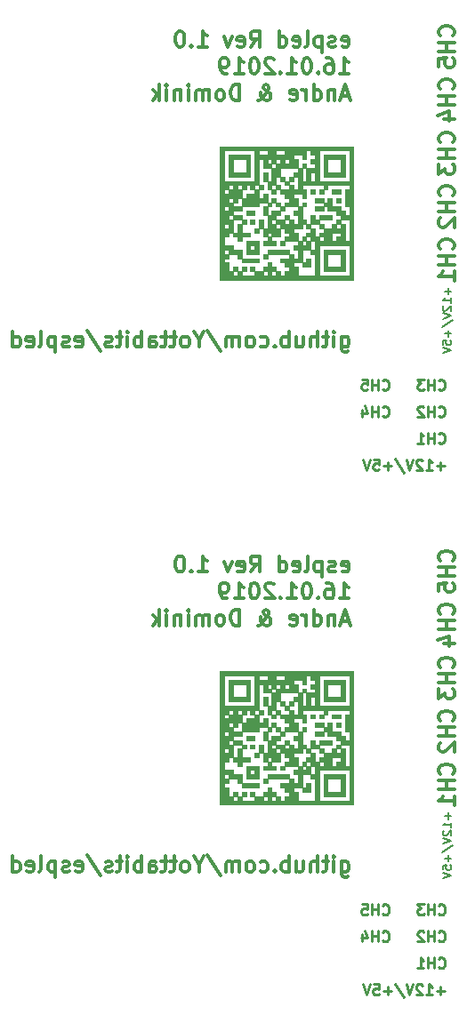
<source format=gbo>
G04 #@! TF.GenerationSoftware,KiCad,Pcbnew,5.0.2-bee76a0~70~ubuntu18.04.1*
G04 #@! TF.CreationDate,2019-01-17T01:44:13+01:00*
G04 #@! TF.ProjectId,ESPLED,4553504c-4544-42e6-9b69-6361645f7063,rev?*
G04 #@! TF.SameCoordinates,Original*
G04 #@! TF.FileFunction,Legend,Bot*
G04 #@! TF.FilePolarity,Positive*
%FSLAX46Y46*%
G04 Gerber Fmt 4.6, Leading zero omitted, Abs format (unit mm)*
G04 Created by KiCad (PCBNEW 5.0.2-bee76a0~70~ubuntu18.04.1) date Do 17 Jan 2019 01:44:13 CET*
%MOMM*%
%LPD*%
G01*
G04 APERTURE LIST*
%ADD10C,0.300000*%
%ADD11C,0.150000*%
%ADD12C,0.250000*%
%ADD13C,0.010000*%
G04 APERTURE END LIST*
D10*
X179216428Y-51082142D02*
X179359285Y-51153571D01*
X179645000Y-51153571D01*
X179787857Y-51082142D01*
X179859285Y-50939285D01*
X179859285Y-50367857D01*
X179787857Y-50225000D01*
X179645000Y-50153571D01*
X179359285Y-50153571D01*
X179216428Y-50225000D01*
X179145000Y-50367857D01*
X179145000Y-50510714D01*
X179859285Y-50653571D01*
X178573571Y-51082142D02*
X178430714Y-51153571D01*
X178145000Y-51153571D01*
X178002142Y-51082142D01*
X177930714Y-50939285D01*
X177930714Y-50867857D01*
X178002142Y-50725000D01*
X178145000Y-50653571D01*
X178359285Y-50653571D01*
X178502142Y-50582142D01*
X178573571Y-50439285D01*
X178573571Y-50367857D01*
X178502142Y-50225000D01*
X178359285Y-50153571D01*
X178145000Y-50153571D01*
X178002142Y-50225000D01*
X177287857Y-50153571D02*
X177287857Y-51653571D01*
X177287857Y-50225000D02*
X177145000Y-50153571D01*
X176859285Y-50153571D01*
X176716428Y-50225000D01*
X176645000Y-50296428D01*
X176573571Y-50439285D01*
X176573571Y-50867857D01*
X176645000Y-51010714D01*
X176716428Y-51082142D01*
X176859285Y-51153571D01*
X177145000Y-51153571D01*
X177287857Y-51082142D01*
X175716428Y-51153571D02*
X175859285Y-51082142D01*
X175930714Y-50939285D01*
X175930714Y-49653571D01*
X174573571Y-51082142D02*
X174716428Y-51153571D01*
X175002142Y-51153571D01*
X175145000Y-51082142D01*
X175216428Y-50939285D01*
X175216428Y-50367857D01*
X175145000Y-50225000D01*
X175002142Y-50153571D01*
X174716428Y-50153571D01*
X174573571Y-50225000D01*
X174502142Y-50367857D01*
X174502142Y-50510714D01*
X175216428Y-50653571D01*
X173216428Y-51153571D02*
X173216428Y-49653571D01*
X173216428Y-51082142D02*
X173359285Y-51153571D01*
X173645000Y-51153571D01*
X173787857Y-51082142D01*
X173859285Y-51010714D01*
X173930714Y-50867857D01*
X173930714Y-50439285D01*
X173859285Y-50296428D01*
X173787857Y-50225000D01*
X173645000Y-50153571D01*
X173359285Y-50153571D01*
X173216428Y-50225000D01*
X170502142Y-51153571D02*
X171002142Y-50439285D01*
X171359285Y-51153571D02*
X171359285Y-49653571D01*
X170787857Y-49653571D01*
X170645000Y-49725000D01*
X170573571Y-49796428D01*
X170502142Y-49939285D01*
X170502142Y-50153571D01*
X170573571Y-50296428D01*
X170645000Y-50367857D01*
X170787857Y-50439285D01*
X171359285Y-50439285D01*
X169287857Y-51082142D02*
X169430714Y-51153571D01*
X169716428Y-51153571D01*
X169859285Y-51082142D01*
X169930714Y-50939285D01*
X169930714Y-50367857D01*
X169859285Y-50225000D01*
X169716428Y-50153571D01*
X169430714Y-50153571D01*
X169287857Y-50225000D01*
X169216428Y-50367857D01*
X169216428Y-50510714D01*
X169930714Y-50653571D01*
X168716428Y-50153571D02*
X168359285Y-51153571D01*
X168002142Y-50153571D01*
X165502142Y-51153571D02*
X166359285Y-51153571D01*
X165930714Y-51153571D02*
X165930714Y-49653571D01*
X166073571Y-49867857D01*
X166216428Y-50010714D01*
X166359285Y-50082142D01*
X164859285Y-51010714D02*
X164787857Y-51082142D01*
X164859285Y-51153571D01*
X164930714Y-51082142D01*
X164859285Y-51010714D01*
X164859285Y-51153571D01*
X163859285Y-49653571D02*
X163716428Y-49653571D01*
X163573571Y-49725000D01*
X163502142Y-49796428D01*
X163430714Y-49939285D01*
X163359285Y-50225000D01*
X163359285Y-50582142D01*
X163430714Y-50867857D01*
X163502142Y-51010714D01*
X163573571Y-51082142D01*
X163716428Y-51153571D01*
X163859285Y-51153571D01*
X164002142Y-51082142D01*
X164073571Y-51010714D01*
X164145000Y-50867857D01*
X164216428Y-50582142D01*
X164216428Y-50225000D01*
X164145000Y-49939285D01*
X164073571Y-49796428D01*
X164002142Y-49725000D01*
X163859285Y-49653571D01*
X179002142Y-53703571D02*
X179859285Y-53703571D01*
X179430714Y-53703571D02*
X179430714Y-52203571D01*
X179573571Y-52417857D01*
X179716428Y-52560714D01*
X179859285Y-52632142D01*
X177716428Y-52203571D02*
X178002142Y-52203571D01*
X178145000Y-52275000D01*
X178216428Y-52346428D01*
X178359285Y-52560714D01*
X178430714Y-52846428D01*
X178430714Y-53417857D01*
X178359285Y-53560714D01*
X178287857Y-53632142D01*
X178145000Y-53703571D01*
X177859285Y-53703571D01*
X177716428Y-53632142D01*
X177645000Y-53560714D01*
X177573571Y-53417857D01*
X177573571Y-53060714D01*
X177645000Y-52917857D01*
X177716428Y-52846428D01*
X177859285Y-52775000D01*
X178145000Y-52775000D01*
X178287857Y-52846428D01*
X178359285Y-52917857D01*
X178430714Y-53060714D01*
X176930714Y-53560714D02*
X176859285Y-53632142D01*
X176930714Y-53703571D01*
X177002142Y-53632142D01*
X176930714Y-53560714D01*
X176930714Y-53703571D01*
X175930714Y-52203571D02*
X175787857Y-52203571D01*
X175645000Y-52275000D01*
X175573571Y-52346428D01*
X175502142Y-52489285D01*
X175430714Y-52775000D01*
X175430714Y-53132142D01*
X175502142Y-53417857D01*
X175573571Y-53560714D01*
X175645000Y-53632142D01*
X175787857Y-53703571D01*
X175930714Y-53703571D01*
X176073571Y-53632142D01*
X176145000Y-53560714D01*
X176216428Y-53417857D01*
X176287857Y-53132142D01*
X176287857Y-52775000D01*
X176216428Y-52489285D01*
X176145000Y-52346428D01*
X176073571Y-52275000D01*
X175930714Y-52203571D01*
X174002142Y-53703571D02*
X174859285Y-53703571D01*
X174430714Y-53703571D02*
X174430714Y-52203571D01*
X174573571Y-52417857D01*
X174716428Y-52560714D01*
X174859285Y-52632142D01*
X173359285Y-53560714D02*
X173287857Y-53632142D01*
X173359285Y-53703571D01*
X173430714Y-53632142D01*
X173359285Y-53560714D01*
X173359285Y-53703571D01*
X172716428Y-52346428D02*
X172645000Y-52275000D01*
X172502142Y-52203571D01*
X172145000Y-52203571D01*
X172002142Y-52275000D01*
X171930714Y-52346428D01*
X171859285Y-52489285D01*
X171859285Y-52632142D01*
X171930714Y-52846428D01*
X172787857Y-53703571D01*
X171859285Y-53703571D01*
X170930714Y-52203571D02*
X170787857Y-52203571D01*
X170645000Y-52275000D01*
X170573571Y-52346428D01*
X170502142Y-52489285D01*
X170430714Y-52775000D01*
X170430714Y-53132142D01*
X170502142Y-53417857D01*
X170573571Y-53560714D01*
X170645000Y-53632142D01*
X170787857Y-53703571D01*
X170930714Y-53703571D01*
X171073571Y-53632142D01*
X171145000Y-53560714D01*
X171216428Y-53417857D01*
X171287857Y-53132142D01*
X171287857Y-52775000D01*
X171216428Y-52489285D01*
X171145000Y-52346428D01*
X171073571Y-52275000D01*
X170930714Y-52203571D01*
X169002142Y-53703571D02*
X169859285Y-53703571D01*
X169430714Y-53703571D02*
X169430714Y-52203571D01*
X169573571Y-52417857D01*
X169716428Y-52560714D01*
X169859285Y-52632142D01*
X168287857Y-53703571D02*
X168002142Y-53703571D01*
X167859285Y-53632142D01*
X167787857Y-53560714D01*
X167645000Y-53346428D01*
X167573571Y-53060714D01*
X167573571Y-52489285D01*
X167645000Y-52346428D01*
X167716428Y-52275000D01*
X167859285Y-52203571D01*
X168145000Y-52203571D01*
X168287857Y-52275000D01*
X168359285Y-52346428D01*
X168430714Y-52489285D01*
X168430714Y-52846428D01*
X168359285Y-52989285D01*
X168287857Y-53060714D01*
X168145000Y-53132142D01*
X167859285Y-53132142D01*
X167716428Y-53060714D01*
X167645000Y-52989285D01*
X167573571Y-52846428D01*
X179859285Y-55825000D02*
X179145000Y-55825000D01*
X180002142Y-56253571D02*
X179502142Y-54753571D01*
X179002142Y-56253571D01*
X178502142Y-55253571D02*
X178502142Y-56253571D01*
X178502142Y-55396428D02*
X178430714Y-55325000D01*
X178287857Y-55253571D01*
X178073571Y-55253571D01*
X177930714Y-55325000D01*
X177859285Y-55467857D01*
X177859285Y-56253571D01*
X176502142Y-56253571D02*
X176502142Y-54753571D01*
X176502142Y-56182142D02*
X176645000Y-56253571D01*
X176930714Y-56253571D01*
X177073571Y-56182142D01*
X177145000Y-56110714D01*
X177216428Y-55967857D01*
X177216428Y-55539285D01*
X177145000Y-55396428D01*
X177073571Y-55325000D01*
X176930714Y-55253571D01*
X176645000Y-55253571D01*
X176502142Y-55325000D01*
X175787857Y-56253571D02*
X175787857Y-55253571D01*
X175787857Y-55539285D02*
X175716428Y-55396428D01*
X175645000Y-55325000D01*
X175502142Y-55253571D01*
X175359285Y-55253571D01*
X174287857Y-56182142D02*
X174430714Y-56253571D01*
X174716428Y-56253571D01*
X174859285Y-56182142D01*
X174930714Y-56039285D01*
X174930714Y-55467857D01*
X174859285Y-55325000D01*
X174716428Y-55253571D01*
X174430714Y-55253571D01*
X174287857Y-55325000D01*
X174216428Y-55467857D01*
X174216428Y-55610714D01*
X174930714Y-55753571D01*
X171216428Y-56253571D02*
X171287857Y-56253571D01*
X171430714Y-56182142D01*
X171645000Y-55967857D01*
X172002142Y-55539285D01*
X172144999Y-55325000D01*
X172216428Y-55110714D01*
X172216428Y-54967857D01*
X172144999Y-54825000D01*
X172002142Y-54753571D01*
X171930714Y-54753571D01*
X171787857Y-54825000D01*
X171716428Y-54967857D01*
X171716428Y-55039285D01*
X171787857Y-55182142D01*
X171859285Y-55253571D01*
X172287857Y-55539285D01*
X172359285Y-55610714D01*
X172430714Y-55753571D01*
X172430714Y-55967857D01*
X172359285Y-56110714D01*
X172287857Y-56182142D01*
X172144999Y-56253571D01*
X171930714Y-56253571D01*
X171787857Y-56182142D01*
X171716428Y-56110714D01*
X171502142Y-55825000D01*
X171430714Y-55610714D01*
X171430714Y-55467857D01*
X169430714Y-56253571D02*
X169430714Y-54753571D01*
X169073571Y-54753571D01*
X168859285Y-54825000D01*
X168716428Y-54967857D01*
X168644999Y-55110714D01*
X168573571Y-55396428D01*
X168573571Y-55610714D01*
X168644999Y-55896428D01*
X168716428Y-56039285D01*
X168859285Y-56182142D01*
X169073571Y-56253571D01*
X169430714Y-56253571D01*
X167716428Y-56253571D02*
X167859285Y-56182142D01*
X167930714Y-56110714D01*
X168002142Y-55967857D01*
X168002142Y-55539285D01*
X167930714Y-55396428D01*
X167859285Y-55325000D01*
X167716428Y-55253571D01*
X167502142Y-55253571D01*
X167359285Y-55325000D01*
X167287857Y-55396428D01*
X167216428Y-55539285D01*
X167216428Y-55967857D01*
X167287857Y-56110714D01*
X167359285Y-56182142D01*
X167502142Y-56253571D01*
X167716428Y-56253571D01*
X166573571Y-56253571D02*
X166573571Y-55253571D01*
X166573571Y-55396428D02*
X166502142Y-55325000D01*
X166359285Y-55253571D01*
X166144999Y-55253571D01*
X166002142Y-55325000D01*
X165930714Y-55467857D01*
X165930714Y-56253571D01*
X165930714Y-55467857D02*
X165859285Y-55325000D01*
X165716428Y-55253571D01*
X165502142Y-55253571D01*
X165359285Y-55325000D01*
X165287857Y-55467857D01*
X165287857Y-56253571D01*
X164573571Y-56253571D02*
X164573571Y-55253571D01*
X164573571Y-54753571D02*
X164644999Y-54825000D01*
X164573571Y-54896428D01*
X164502142Y-54825000D01*
X164573571Y-54753571D01*
X164573571Y-54896428D01*
X163859285Y-55253571D02*
X163859285Y-56253571D01*
X163859285Y-55396428D02*
X163787857Y-55325000D01*
X163644999Y-55253571D01*
X163430714Y-55253571D01*
X163287857Y-55325000D01*
X163216428Y-55467857D01*
X163216428Y-56253571D01*
X162502142Y-56253571D02*
X162502142Y-55253571D01*
X162502142Y-54753571D02*
X162573571Y-54825000D01*
X162502142Y-54896428D01*
X162430714Y-54825000D01*
X162502142Y-54753571D01*
X162502142Y-54896428D01*
X161787857Y-56253571D02*
X161787857Y-54753571D01*
X161644999Y-55682142D02*
X161216428Y-56253571D01*
X161216428Y-55253571D02*
X161787857Y-55825000D01*
X179151428Y-78738571D02*
X179151428Y-79952857D01*
X179222857Y-80095714D01*
X179294285Y-80167142D01*
X179437142Y-80238571D01*
X179651428Y-80238571D01*
X179794285Y-80167142D01*
X179151428Y-79667142D02*
X179294285Y-79738571D01*
X179580000Y-79738571D01*
X179722857Y-79667142D01*
X179794285Y-79595714D01*
X179865714Y-79452857D01*
X179865714Y-79024285D01*
X179794285Y-78881428D01*
X179722857Y-78810000D01*
X179580000Y-78738571D01*
X179294285Y-78738571D01*
X179151428Y-78810000D01*
X178437142Y-79738571D02*
X178437142Y-78738571D01*
X178437142Y-78238571D02*
X178508571Y-78310000D01*
X178437142Y-78381428D01*
X178365714Y-78310000D01*
X178437142Y-78238571D01*
X178437142Y-78381428D01*
X177937142Y-78738571D02*
X177365714Y-78738571D01*
X177722857Y-78238571D02*
X177722857Y-79524285D01*
X177651428Y-79667142D01*
X177508571Y-79738571D01*
X177365714Y-79738571D01*
X176865714Y-79738571D02*
X176865714Y-78238571D01*
X176222857Y-79738571D02*
X176222857Y-78952857D01*
X176294285Y-78810000D01*
X176437142Y-78738571D01*
X176651428Y-78738571D01*
X176794285Y-78810000D01*
X176865714Y-78881428D01*
X174865714Y-78738571D02*
X174865714Y-79738571D01*
X175508571Y-78738571D02*
X175508571Y-79524285D01*
X175437142Y-79667142D01*
X175294285Y-79738571D01*
X175080000Y-79738571D01*
X174937142Y-79667142D01*
X174865714Y-79595714D01*
X174151428Y-79738571D02*
X174151428Y-78238571D01*
X174151428Y-78810000D02*
X174008571Y-78738571D01*
X173722857Y-78738571D01*
X173580000Y-78810000D01*
X173508571Y-78881428D01*
X173437142Y-79024285D01*
X173437142Y-79452857D01*
X173508571Y-79595714D01*
X173580000Y-79667142D01*
X173722857Y-79738571D01*
X174008571Y-79738571D01*
X174151428Y-79667142D01*
X172794285Y-79595714D02*
X172722857Y-79667142D01*
X172794285Y-79738571D01*
X172865714Y-79667142D01*
X172794285Y-79595714D01*
X172794285Y-79738571D01*
X171437142Y-79667142D02*
X171580000Y-79738571D01*
X171865714Y-79738571D01*
X172008571Y-79667142D01*
X172080000Y-79595714D01*
X172151428Y-79452857D01*
X172151428Y-79024285D01*
X172080000Y-78881428D01*
X172008571Y-78810000D01*
X171865714Y-78738571D01*
X171580000Y-78738571D01*
X171437142Y-78810000D01*
X170580000Y-79738571D02*
X170722857Y-79667142D01*
X170794285Y-79595714D01*
X170865714Y-79452857D01*
X170865714Y-79024285D01*
X170794285Y-78881428D01*
X170722857Y-78810000D01*
X170580000Y-78738571D01*
X170365714Y-78738571D01*
X170222857Y-78810000D01*
X170151428Y-78881428D01*
X170080000Y-79024285D01*
X170080000Y-79452857D01*
X170151428Y-79595714D01*
X170222857Y-79667142D01*
X170365714Y-79738571D01*
X170580000Y-79738571D01*
X169437142Y-79738571D02*
X169437142Y-78738571D01*
X169437142Y-78881428D02*
X169365714Y-78810000D01*
X169222857Y-78738571D01*
X169008571Y-78738571D01*
X168865714Y-78810000D01*
X168794285Y-78952857D01*
X168794285Y-79738571D01*
X168794285Y-78952857D02*
X168722857Y-78810000D01*
X168580000Y-78738571D01*
X168365714Y-78738571D01*
X168222857Y-78810000D01*
X168151428Y-78952857D01*
X168151428Y-79738571D01*
X166365714Y-78167142D02*
X167651428Y-80095714D01*
X165580000Y-79024285D02*
X165580000Y-79738571D01*
X166080000Y-78238571D02*
X165580000Y-79024285D01*
X165080000Y-78238571D01*
X164365714Y-79738571D02*
X164508571Y-79667142D01*
X164580000Y-79595714D01*
X164651428Y-79452857D01*
X164651428Y-79024285D01*
X164580000Y-78881428D01*
X164508571Y-78810000D01*
X164365714Y-78738571D01*
X164151428Y-78738571D01*
X164008571Y-78810000D01*
X163937142Y-78881428D01*
X163865714Y-79024285D01*
X163865714Y-79452857D01*
X163937142Y-79595714D01*
X164008571Y-79667142D01*
X164151428Y-79738571D01*
X164365714Y-79738571D01*
X163437142Y-78738571D02*
X162865714Y-78738571D01*
X163222857Y-78238571D02*
X163222857Y-79524285D01*
X163151428Y-79667142D01*
X163008571Y-79738571D01*
X162865714Y-79738571D01*
X162580000Y-78738571D02*
X162008571Y-78738571D01*
X162365714Y-78238571D02*
X162365714Y-79524285D01*
X162294285Y-79667142D01*
X162151428Y-79738571D01*
X162008571Y-79738571D01*
X160865714Y-79738571D02*
X160865714Y-78952857D01*
X160937142Y-78810000D01*
X161080000Y-78738571D01*
X161365714Y-78738571D01*
X161508571Y-78810000D01*
X160865714Y-79667142D02*
X161008571Y-79738571D01*
X161365714Y-79738571D01*
X161508571Y-79667142D01*
X161580000Y-79524285D01*
X161580000Y-79381428D01*
X161508571Y-79238571D01*
X161365714Y-79167142D01*
X161008571Y-79167142D01*
X160865714Y-79095714D01*
X160151428Y-79738571D02*
X160151428Y-78238571D01*
X160151428Y-78810000D02*
X160008571Y-78738571D01*
X159722857Y-78738571D01*
X159580000Y-78810000D01*
X159508571Y-78881428D01*
X159437142Y-79024285D01*
X159437142Y-79452857D01*
X159508571Y-79595714D01*
X159580000Y-79667142D01*
X159722857Y-79738571D01*
X160008571Y-79738571D01*
X160151428Y-79667142D01*
X158794285Y-79738571D02*
X158794285Y-78738571D01*
X158794285Y-78238571D02*
X158865714Y-78310000D01*
X158794285Y-78381428D01*
X158722857Y-78310000D01*
X158794285Y-78238571D01*
X158794285Y-78381428D01*
X158294285Y-78738571D02*
X157722857Y-78738571D01*
X158080000Y-78238571D02*
X158080000Y-79524285D01*
X158008571Y-79667142D01*
X157865714Y-79738571D01*
X157722857Y-79738571D01*
X157294285Y-79667142D02*
X157151428Y-79738571D01*
X156865714Y-79738571D01*
X156722857Y-79667142D01*
X156651428Y-79524285D01*
X156651428Y-79452857D01*
X156722857Y-79310000D01*
X156865714Y-79238571D01*
X157080000Y-79238571D01*
X157222857Y-79167142D01*
X157294285Y-79024285D01*
X157294285Y-78952857D01*
X157222857Y-78810000D01*
X157080000Y-78738571D01*
X156865714Y-78738571D01*
X156722857Y-78810000D01*
X154937142Y-78167142D02*
X156222857Y-80095714D01*
X153865714Y-79667142D02*
X154008571Y-79738571D01*
X154294285Y-79738571D01*
X154437142Y-79667142D01*
X154508571Y-79524285D01*
X154508571Y-78952857D01*
X154437142Y-78810000D01*
X154294285Y-78738571D01*
X154008571Y-78738571D01*
X153865714Y-78810000D01*
X153794285Y-78952857D01*
X153794285Y-79095714D01*
X154508571Y-79238571D01*
X153222857Y-79667142D02*
X153080000Y-79738571D01*
X152794285Y-79738571D01*
X152651428Y-79667142D01*
X152580000Y-79524285D01*
X152580000Y-79452857D01*
X152651428Y-79310000D01*
X152794285Y-79238571D01*
X153008571Y-79238571D01*
X153151428Y-79167142D01*
X153222857Y-79024285D01*
X153222857Y-78952857D01*
X153151428Y-78810000D01*
X153008571Y-78738571D01*
X152794285Y-78738571D01*
X152651428Y-78810000D01*
X151937142Y-78738571D02*
X151937142Y-80238571D01*
X151937142Y-78810000D02*
X151794285Y-78738571D01*
X151508571Y-78738571D01*
X151365714Y-78810000D01*
X151294285Y-78881428D01*
X151222857Y-79024285D01*
X151222857Y-79452857D01*
X151294285Y-79595714D01*
X151365714Y-79667142D01*
X151508571Y-79738571D01*
X151794285Y-79738571D01*
X151937142Y-79667142D01*
X150365714Y-79738571D02*
X150508571Y-79667142D01*
X150580000Y-79524285D01*
X150580000Y-78238571D01*
X149222857Y-79667142D02*
X149365714Y-79738571D01*
X149651428Y-79738571D01*
X149794285Y-79667142D01*
X149865714Y-79524285D01*
X149865714Y-78952857D01*
X149794285Y-78810000D01*
X149651428Y-78738571D01*
X149365714Y-78738571D01*
X149222857Y-78810000D01*
X149151428Y-78952857D01*
X149151428Y-79095714D01*
X149865714Y-79238571D01*
X147865714Y-79738571D02*
X147865714Y-78238571D01*
X147865714Y-79667142D02*
X148008571Y-79738571D01*
X148294285Y-79738571D01*
X148437142Y-79667142D01*
X148508571Y-79595714D01*
X148580000Y-79452857D01*
X148580000Y-79024285D01*
X148508571Y-78881428D01*
X148437142Y-78810000D01*
X148294285Y-78738571D01*
X148008571Y-78738571D01*
X147865714Y-78810000D01*
D11*
X189287142Y-74107380D02*
X189287142Y-74716904D01*
X189591904Y-74412142D02*
X188982380Y-74412142D01*
X189591904Y-75516904D02*
X189591904Y-75059761D01*
X189591904Y-75288333D02*
X188791904Y-75288333D01*
X188906190Y-75212142D01*
X188982380Y-75135952D01*
X189020476Y-75059761D01*
X188868095Y-75821666D02*
X188830000Y-75859761D01*
X188791904Y-75935952D01*
X188791904Y-76126428D01*
X188830000Y-76202619D01*
X188868095Y-76240714D01*
X188944285Y-76278809D01*
X189020476Y-76278809D01*
X189134761Y-76240714D01*
X189591904Y-75783571D01*
X189591904Y-76278809D01*
X188791904Y-76507380D02*
X189591904Y-76774047D01*
X188791904Y-77040714D01*
X188753809Y-77878809D02*
X189782380Y-77193095D01*
X189287142Y-78145476D02*
X189287142Y-78755000D01*
X189591904Y-78450238D02*
X188982380Y-78450238D01*
X188791904Y-79516904D02*
X188791904Y-79135952D01*
X189172857Y-79097857D01*
X189134761Y-79135952D01*
X189096666Y-79212142D01*
X189096666Y-79402619D01*
X189134761Y-79478809D01*
X189172857Y-79516904D01*
X189249047Y-79555000D01*
X189439523Y-79555000D01*
X189515714Y-79516904D01*
X189553809Y-79478809D01*
X189591904Y-79402619D01*
X189591904Y-79212142D01*
X189553809Y-79135952D01*
X189515714Y-79097857D01*
X188791904Y-79783571D02*
X189591904Y-80050238D01*
X188791904Y-80316904D01*
D10*
X189765714Y-70404285D02*
X189837142Y-70332857D01*
X189908571Y-70118571D01*
X189908571Y-69975714D01*
X189837142Y-69761428D01*
X189694285Y-69618571D01*
X189551428Y-69547142D01*
X189265714Y-69475714D01*
X189051428Y-69475714D01*
X188765714Y-69547142D01*
X188622857Y-69618571D01*
X188480000Y-69761428D01*
X188408571Y-69975714D01*
X188408571Y-70118571D01*
X188480000Y-70332857D01*
X188551428Y-70404285D01*
X189908571Y-71047142D02*
X188408571Y-71047142D01*
X189122857Y-71047142D02*
X189122857Y-71904285D01*
X189908571Y-71904285D02*
X188408571Y-71904285D01*
X189908571Y-73404285D02*
X189908571Y-72547142D01*
X189908571Y-72975714D02*
X188408571Y-72975714D01*
X188622857Y-72832857D01*
X188765714Y-72690000D01*
X188837142Y-72547142D01*
X189765714Y-65324285D02*
X189837142Y-65252857D01*
X189908571Y-65038571D01*
X189908571Y-64895714D01*
X189837142Y-64681428D01*
X189694285Y-64538571D01*
X189551428Y-64467142D01*
X189265714Y-64395714D01*
X189051428Y-64395714D01*
X188765714Y-64467142D01*
X188622857Y-64538571D01*
X188480000Y-64681428D01*
X188408571Y-64895714D01*
X188408571Y-65038571D01*
X188480000Y-65252857D01*
X188551428Y-65324285D01*
X189908571Y-65967142D02*
X188408571Y-65967142D01*
X189122857Y-65967142D02*
X189122857Y-66824285D01*
X189908571Y-66824285D02*
X188408571Y-66824285D01*
X188551428Y-67467142D02*
X188480000Y-67538571D01*
X188408571Y-67681428D01*
X188408571Y-68038571D01*
X188480000Y-68181428D01*
X188551428Y-68252857D01*
X188694285Y-68324285D01*
X188837142Y-68324285D01*
X189051428Y-68252857D01*
X189908571Y-67395714D01*
X189908571Y-68324285D01*
X189765714Y-60244285D02*
X189837142Y-60172857D01*
X189908571Y-59958571D01*
X189908571Y-59815714D01*
X189837142Y-59601428D01*
X189694285Y-59458571D01*
X189551428Y-59387142D01*
X189265714Y-59315714D01*
X189051428Y-59315714D01*
X188765714Y-59387142D01*
X188622857Y-59458571D01*
X188480000Y-59601428D01*
X188408571Y-59815714D01*
X188408571Y-59958571D01*
X188480000Y-60172857D01*
X188551428Y-60244285D01*
X189908571Y-60887142D02*
X188408571Y-60887142D01*
X189122857Y-60887142D02*
X189122857Y-61744285D01*
X189908571Y-61744285D02*
X188408571Y-61744285D01*
X188408571Y-62315714D02*
X188408571Y-63244285D01*
X188980000Y-62744285D01*
X188980000Y-62958571D01*
X189051428Y-63101428D01*
X189122857Y-63172857D01*
X189265714Y-63244285D01*
X189622857Y-63244285D01*
X189765714Y-63172857D01*
X189837142Y-63101428D01*
X189908571Y-62958571D01*
X189908571Y-62530000D01*
X189837142Y-62387142D01*
X189765714Y-62315714D01*
X189765714Y-55164285D02*
X189837142Y-55092857D01*
X189908571Y-54878571D01*
X189908571Y-54735714D01*
X189837142Y-54521428D01*
X189694285Y-54378571D01*
X189551428Y-54307142D01*
X189265714Y-54235714D01*
X189051428Y-54235714D01*
X188765714Y-54307142D01*
X188622857Y-54378571D01*
X188480000Y-54521428D01*
X188408571Y-54735714D01*
X188408571Y-54878571D01*
X188480000Y-55092857D01*
X188551428Y-55164285D01*
X189908571Y-55807142D02*
X188408571Y-55807142D01*
X189122857Y-55807142D02*
X189122857Y-56664285D01*
X189908571Y-56664285D02*
X188408571Y-56664285D01*
X188908571Y-58021428D02*
X189908571Y-58021428D01*
X188337142Y-57664285D02*
X189408571Y-57307142D01*
X189408571Y-58235714D01*
X189765714Y-50084285D02*
X189837142Y-50012857D01*
X189908571Y-49798571D01*
X189908571Y-49655714D01*
X189837142Y-49441428D01*
X189694285Y-49298571D01*
X189551428Y-49227142D01*
X189265714Y-49155714D01*
X189051428Y-49155714D01*
X188765714Y-49227142D01*
X188622857Y-49298571D01*
X188480000Y-49441428D01*
X188408571Y-49655714D01*
X188408571Y-49798571D01*
X188480000Y-50012857D01*
X188551428Y-50084285D01*
X189908571Y-50727142D02*
X188408571Y-50727142D01*
X189122857Y-50727142D02*
X189122857Y-51584285D01*
X189908571Y-51584285D02*
X188408571Y-51584285D01*
X188408571Y-53012857D02*
X188408571Y-52298571D01*
X189122857Y-52227142D01*
X189051428Y-52298571D01*
X188980000Y-52441428D01*
X188980000Y-52798571D01*
X189051428Y-52941428D01*
X189122857Y-53012857D01*
X189265714Y-53084285D01*
X189622857Y-53084285D01*
X189765714Y-53012857D01*
X189837142Y-52941428D01*
X189908571Y-52798571D01*
X189908571Y-52441428D01*
X189837142Y-52298571D01*
X189765714Y-52227142D01*
D12*
X183062476Y-83735142D02*
X183110095Y-83782761D01*
X183252952Y-83830380D01*
X183348190Y-83830380D01*
X183491047Y-83782761D01*
X183586285Y-83687523D01*
X183633904Y-83592285D01*
X183681523Y-83401809D01*
X183681523Y-83258952D01*
X183633904Y-83068476D01*
X183586285Y-82973238D01*
X183491047Y-82878000D01*
X183348190Y-82830380D01*
X183252952Y-82830380D01*
X183110095Y-82878000D01*
X183062476Y-82925619D01*
X182633904Y-83830380D02*
X182633904Y-82830380D01*
X182633904Y-83306571D02*
X182062476Y-83306571D01*
X182062476Y-83830380D02*
X182062476Y-82830380D01*
X181110095Y-82830380D02*
X181586285Y-82830380D01*
X181633904Y-83306571D01*
X181586285Y-83258952D01*
X181491047Y-83211333D01*
X181252952Y-83211333D01*
X181157714Y-83258952D01*
X181110095Y-83306571D01*
X181062476Y-83401809D01*
X181062476Y-83639904D01*
X181110095Y-83735142D01*
X181157714Y-83782761D01*
X181252952Y-83830380D01*
X181491047Y-83830380D01*
X181586285Y-83782761D01*
X181633904Y-83735142D01*
X183062476Y-86275142D02*
X183110095Y-86322761D01*
X183252952Y-86370380D01*
X183348190Y-86370380D01*
X183491047Y-86322761D01*
X183586285Y-86227523D01*
X183633904Y-86132285D01*
X183681523Y-85941809D01*
X183681523Y-85798952D01*
X183633904Y-85608476D01*
X183586285Y-85513238D01*
X183491047Y-85418000D01*
X183348190Y-85370380D01*
X183252952Y-85370380D01*
X183110095Y-85418000D01*
X183062476Y-85465619D01*
X182633904Y-86370380D02*
X182633904Y-85370380D01*
X182633904Y-85846571D02*
X182062476Y-85846571D01*
X182062476Y-86370380D02*
X182062476Y-85370380D01*
X181157714Y-85703714D02*
X181157714Y-86370380D01*
X181395809Y-85322761D02*
X181633904Y-86037047D01*
X181014857Y-86037047D01*
X188404095Y-83735142D02*
X188451714Y-83782761D01*
X188594571Y-83830380D01*
X188689809Y-83830380D01*
X188832666Y-83782761D01*
X188927904Y-83687523D01*
X188975523Y-83592285D01*
X189023142Y-83401809D01*
X189023142Y-83258952D01*
X188975523Y-83068476D01*
X188927904Y-82973238D01*
X188832666Y-82878000D01*
X188689809Y-82830380D01*
X188594571Y-82830380D01*
X188451714Y-82878000D01*
X188404095Y-82925619D01*
X187975523Y-83830380D02*
X187975523Y-82830380D01*
X187975523Y-83306571D02*
X187404095Y-83306571D01*
X187404095Y-83830380D02*
X187404095Y-82830380D01*
X187023142Y-82830380D02*
X186404095Y-82830380D01*
X186737428Y-83211333D01*
X186594571Y-83211333D01*
X186499333Y-83258952D01*
X186451714Y-83306571D01*
X186404095Y-83401809D01*
X186404095Y-83639904D01*
X186451714Y-83735142D01*
X186499333Y-83782761D01*
X186594571Y-83830380D01*
X186880285Y-83830380D01*
X186975523Y-83782761D01*
X187023142Y-83735142D01*
X188404095Y-86275142D02*
X188451714Y-86322761D01*
X188594571Y-86370380D01*
X188689809Y-86370380D01*
X188832666Y-86322761D01*
X188927904Y-86227523D01*
X188975523Y-86132285D01*
X189023142Y-85941809D01*
X189023142Y-85798952D01*
X188975523Y-85608476D01*
X188927904Y-85513238D01*
X188832666Y-85418000D01*
X188689809Y-85370380D01*
X188594571Y-85370380D01*
X188451714Y-85418000D01*
X188404095Y-85465619D01*
X187975523Y-86370380D02*
X187975523Y-85370380D01*
X187975523Y-85846571D02*
X187404095Y-85846571D01*
X187404095Y-86370380D02*
X187404095Y-85370380D01*
X186975523Y-85465619D02*
X186927904Y-85418000D01*
X186832666Y-85370380D01*
X186594571Y-85370380D01*
X186499333Y-85418000D01*
X186451714Y-85465619D01*
X186404095Y-85560857D01*
X186404095Y-85656095D01*
X186451714Y-85798952D01*
X187023142Y-86370380D01*
X186404095Y-86370380D01*
X188404095Y-88815142D02*
X188451714Y-88862761D01*
X188594571Y-88910380D01*
X188689809Y-88910380D01*
X188832666Y-88862761D01*
X188927904Y-88767523D01*
X188975523Y-88672285D01*
X189023142Y-88481809D01*
X189023142Y-88338952D01*
X188975523Y-88148476D01*
X188927904Y-88053238D01*
X188832666Y-87958000D01*
X188689809Y-87910380D01*
X188594571Y-87910380D01*
X188451714Y-87958000D01*
X188404095Y-88005619D01*
X187975523Y-88910380D02*
X187975523Y-87910380D01*
X187975523Y-88386571D02*
X187404095Y-88386571D01*
X187404095Y-88910380D02*
X187404095Y-87910380D01*
X186404095Y-88910380D02*
X186975523Y-88910380D01*
X186689809Y-88910380D02*
X186689809Y-87910380D01*
X186785047Y-88053238D01*
X186880285Y-88148476D01*
X186975523Y-88196095D01*
X188975523Y-91069428D02*
X188213619Y-91069428D01*
X188594571Y-91450380D02*
X188594571Y-90688476D01*
X187213619Y-91450380D02*
X187785047Y-91450380D01*
X187499333Y-91450380D02*
X187499333Y-90450380D01*
X187594571Y-90593238D01*
X187689809Y-90688476D01*
X187785047Y-90736095D01*
X186832666Y-90545619D02*
X186785047Y-90498000D01*
X186689809Y-90450380D01*
X186451714Y-90450380D01*
X186356476Y-90498000D01*
X186308857Y-90545619D01*
X186261238Y-90640857D01*
X186261238Y-90736095D01*
X186308857Y-90878952D01*
X186880285Y-91450380D01*
X186261238Y-91450380D01*
X185975523Y-90450380D02*
X185642190Y-91450380D01*
X185308857Y-90450380D01*
X184261238Y-90402761D02*
X185118380Y-91688476D01*
X183927904Y-91069428D02*
X183166000Y-91069428D01*
X183546952Y-91450380D02*
X183546952Y-90688476D01*
X182213619Y-90450380D02*
X182689809Y-90450380D01*
X182737428Y-90926571D01*
X182689809Y-90878952D01*
X182594571Y-90831333D01*
X182356476Y-90831333D01*
X182261238Y-90878952D01*
X182213619Y-90926571D01*
X182166000Y-91021809D01*
X182166000Y-91259904D01*
X182213619Y-91355142D01*
X182261238Y-91402761D01*
X182356476Y-91450380D01*
X182594571Y-91450380D01*
X182689809Y-91402761D01*
X182737428Y-91355142D01*
X181880285Y-90450380D02*
X181546952Y-91450380D01*
X181213619Y-90450380D01*
X188975523Y-141069428D02*
X188213619Y-141069428D01*
X188594571Y-141450380D02*
X188594571Y-140688476D01*
X187213619Y-141450380D02*
X187785047Y-141450380D01*
X187499333Y-141450380D02*
X187499333Y-140450380D01*
X187594571Y-140593238D01*
X187689809Y-140688476D01*
X187785047Y-140736095D01*
X186832666Y-140545619D02*
X186785047Y-140498000D01*
X186689809Y-140450380D01*
X186451714Y-140450380D01*
X186356476Y-140498000D01*
X186308857Y-140545619D01*
X186261238Y-140640857D01*
X186261238Y-140736095D01*
X186308857Y-140878952D01*
X186880285Y-141450380D01*
X186261238Y-141450380D01*
X185975523Y-140450380D02*
X185642190Y-141450380D01*
X185308857Y-140450380D01*
X184261238Y-140402761D02*
X185118380Y-141688476D01*
X183927904Y-141069428D02*
X183166000Y-141069428D01*
X183546952Y-141450380D02*
X183546952Y-140688476D01*
X182213619Y-140450380D02*
X182689809Y-140450380D01*
X182737428Y-140926571D01*
X182689809Y-140878952D01*
X182594571Y-140831333D01*
X182356476Y-140831333D01*
X182261238Y-140878952D01*
X182213619Y-140926571D01*
X182166000Y-141021809D01*
X182166000Y-141259904D01*
X182213619Y-141355142D01*
X182261238Y-141402761D01*
X182356476Y-141450380D01*
X182594571Y-141450380D01*
X182689809Y-141402761D01*
X182737428Y-141355142D01*
X181880285Y-140450380D02*
X181546952Y-141450380D01*
X181213619Y-140450380D01*
X188404095Y-138815142D02*
X188451714Y-138862761D01*
X188594571Y-138910380D01*
X188689809Y-138910380D01*
X188832666Y-138862761D01*
X188927904Y-138767523D01*
X188975523Y-138672285D01*
X189023142Y-138481809D01*
X189023142Y-138338952D01*
X188975523Y-138148476D01*
X188927904Y-138053238D01*
X188832666Y-137958000D01*
X188689809Y-137910380D01*
X188594571Y-137910380D01*
X188451714Y-137958000D01*
X188404095Y-138005619D01*
X187975523Y-138910380D02*
X187975523Y-137910380D01*
X187975523Y-138386571D02*
X187404095Y-138386571D01*
X187404095Y-138910380D02*
X187404095Y-137910380D01*
X186404095Y-138910380D02*
X186975523Y-138910380D01*
X186689809Y-138910380D02*
X186689809Y-137910380D01*
X186785047Y-138053238D01*
X186880285Y-138148476D01*
X186975523Y-138196095D01*
X188404095Y-136275142D02*
X188451714Y-136322761D01*
X188594571Y-136370380D01*
X188689809Y-136370380D01*
X188832666Y-136322761D01*
X188927904Y-136227523D01*
X188975523Y-136132285D01*
X189023142Y-135941809D01*
X189023142Y-135798952D01*
X188975523Y-135608476D01*
X188927904Y-135513238D01*
X188832666Y-135418000D01*
X188689809Y-135370380D01*
X188594571Y-135370380D01*
X188451714Y-135418000D01*
X188404095Y-135465619D01*
X187975523Y-136370380D02*
X187975523Y-135370380D01*
X187975523Y-135846571D02*
X187404095Y-135846571D01*
X187404095Y-136370380D02*
X187404095Y-135370380D01*
X186975523Y-135465619D02*
X186927904Y-135418000D01*
X186832666Y-135370380D01*
X186594571Y-135370380D01*
X186499333Y-135418000D01*
X186451714Y-135465619D01*
X186404095Y-135560857D01*
X186404095Y-135656095D01*
X186451714Y-135798952D01*
X187023142Y-136370380D01*
X186404095Y-136370380D01*
X188404095Y-133735142D02*
X188451714Y-133782761D01*
X188594571Y-133830380D01*
X188689809Y-133830380D01*
X188832666Y-133782761D01*
X188927904Y-133687523D01*
X188975523Y-133592285D01*
X189023142Y-133401809D01*
X189023142Y-133258952D01*
X188975523Y-133068476D01*
X188927904Y-132973238D01*
X188832666Y-132878000D01*
X188689809Y-132830380D01*
X188594571Y-132830380D01*
X188451714Y-132878000D01*
X188404095Y-132925619D01*
X187975523Y-133830380D02*
X187975523Y-132830380D01*
X187975523Y-133306571D02*
X187404095Y-133306571D01*
X187404095Y-133830380D02*
X187404095Y-132830380D01*
X187023142Y-132830380D02*
X186404095Y-132830380D01*
X186737428Y-133211333D01*
X186594571Y-133211333D01*
X186499333Y-133258952D01*
X186451714Y-133306571D01*
X186404095Y-133401809D01*
X186404095Y-133639904D01*
X186451714Y-133735142D01*
X186499333Y-133782761D01*
X186594571Y-133830380D01*
X186880285Y-133830380D01*
X186975523Y-133782761D01*
X187023142Y-133735142D01*
X183062476Y-136275142D02*
X183110095Y-136322761D01*
X183252952Y-136370380D01*
X183348190Y-136370380D01*
X183491047Y-136322761D01*
X183586285Y-136227523D01*
X183633904Y-136132285D01*
X183681523Y-135941809D01*
X183681523Y-135798952D01*
X183633904Y-135608476D01*
X183586285Y-135513238D01*
X183491047Y-135418000D01*
X183348190Y-135370380D01*
X183252952Y-135370380D01*
X183110095Y-135418000D01*
X183062476Y-135465619D01*
X182633904Y-136370380D02*
X182633904Y-135370380D01*
X182633904Y-135846571D02*
X182062476Y-135846571D01*
X182062476Y-136370380D02*
X182062476Y-135370380D01*
X181157714Y-135703714D02*
X181157714Y-136370380D01*
X181395809Y-135322761D02*
X181633904Y-136037047D01*
X181014857Y-136037047D01*
X183062476Y-133735142D02*
X183110095Y-133782761D01*
X183252952Y-133830380D01*
X183348190Y-133830380D01*
X183491047Y-133782761D01*
X183586285Y-133687523D01*
X183633904Y-133592285D01*
X183681523Y-133401809D01*
X183681523Y-133258952D01*
X183633904Y-133068476D01*
X183586285Y-132973238D01*
X183491047Y-132878000D01*
X183348190Y-132830380D01*
X183252952Y-132830380D01*
X183110095Y-132878000D01*
X183062476Y-132925619D01*
X182633904Y-133830380D02*
X182633904Y-132830380D01*
X182633904Y-133306571D02*
X182062476Y-133306571D01*
X182062476Y-133830380D02*
X182062476Y-132830380D01*
X181110095Y-132830380D02*
X181586285Y-132830380D01*
X181633904Y-133306571D01*
X181586285Y-133258952D01*
X181491047Y-133211333D01*
X181252952Y-133211333D01*
X181157714Y-133258952D01*
X181110095Y-133306571D01*
X181062476Y-133401809D01*
X181062476Y-133639904D01*
X181110095Y-133735142D01*
X181157714Y-133782761D01*
X181252952Y-133830380D01*
X181491047Y-133830380D01*
X181586285Y-133782761D01*
X181633904Y-133735142D01*
D10*
X189765714Y-100084285D02*
X189837142Y-100012857D01*
X189908571Y-99798571D01*
X189908571Y-99655714D01*
X189837142Y-99441428D01*
X189694285Y-99298571D01*
X189551428Y-99227142D01*
X189265714Y-99155714D01*
X189051428Y-99155714D01*
X188765714Y-99227142D01*
X188622857Y-99298571D01*
X188480000Y-99441428D01*
X188408571Y-99655714D01*
X188408571Y-99798571D01*
X188480000Y-100012857D01*
X188551428Y-100084285D01*
X189908571Y-100727142D02*
X188408571Y-100727142D01*
X189122857Y-100727142D02*
X189122857Y-101584285D01*
X189908571Y-101584285D02*
X188408571Y-101584285D01*
X188408571Y-103012857D02*
X188408571Y-102298571D01*
X189122857Y-102227142D01*
X189051428Y-102298571D01*
X188980000Y-102441428D01*
X188980000Y-102798571D01*
X189051428Y-102941428D01*
X189122857Y-103012857D01*
X189265714Y-103084285D01*
X189622857Y-103084285D01*
X189765714Y-103012857D01*
X189837142Y-102941428D01*
X189908571Y-102798571D01*
X189908571Y-102441428D01*
X189837142Y-102298571D01*
X189765714Y-102227142D01*
X189765714Y-105164285D02*
X189837142Y-105092857D01*
X189908571Y-104878571D01*
X189908571Y-104735714D01*
X189837142Y-104521428D01*
X189694285Y-104378571D01*
X189551428Y-104307142D01*
X189265714Y-104235714D01*
X189051428Y-104235714D01*
X188765714Y-104307142D01*
X188622857Y-104378571D01*
X188480000Y-104521428D01*
X188408571Y-104735714D01*
X188408571Y-104878571D01*
X188480000Y-105092857D01*
X188551428Y-105164285D01*
X189908571Y-105807142D02*
X188408571Y-105807142D01*
X189122857Y-105807142D02*
X189122857Y-106664285D01*
X189908571Y-106664285D02*
X188408571Y-106664285D01*
X188908571Y-108021428D02*
X189908571Y-108021428D01*
X188337142Y-107664285D02*
X189408571Y-107307142D01*
X189408571Y-108235714D01*
X189765714Y-110244285D02*
X189837142Y-110172857D01*
X189908571Y-109958571D01*
X189908571Y-109815714D01*
X189837142Y-109601428D01*
X189694285Y-109458571D01*
X189551428Y-109387142D01*
X189265714Y-109315714D01*
X189051428Y-109315714D01*
X188765714Y-109387142D01*
X188622857Y-109458571D01*
X188480000Y-109601428D01*
X188408571Y-109815714D01*
X188408571Y-109958571D01*
X188480000Y-110172857D01*
X188551428Y-110244285D01*
X189908571Y-110887142D02*
X188408571Y-110887142D01*
X189122857Y-110887142D02*
X189122857Y-111744285D01*
X189908571Y-111744285D02*
X188408571Y-111744285D01*
X188408571Y-112315714D02*
X188408571Y-113244285D01*
X188980000Y-112744285D01*
X188980000Y-112958571D01*
X189051428Y-113101428D01*
X189122857Y-113172857D01*
X189265714Y-113244285D01*
X189622857Y-113244285D01*
X189765714Y-113172857D01*
X189837142Y-113101428D01*
X189908571Y-112958571D01*
X189908571Y-112530000D01*
X189837142Y-112387142D01*
X189765714Y-112315714D01*
X189765714Y-115324285D02*
X189837142Y-115252857D01*
X189908571Y-115038571D01*
X189908571Y-114895714D01*
X189837142Y-114681428D01*
X189694285Y-114538571D01*
X189551428Y-114467142D01*
X189265714Y-114395714D01*
X189051428Y-114395714D01*
X188765714Y-114467142D01*
X188622857Y-114538571D01*
X188480000Y-114681428D01*
X188408571Y-114895714D01*
X188408571Y-115038571D01*
X188480000Y-115252857D01*
X188551428Y-115324285D01*
X189908571Y-115967142D02*
X188408571Y-115967142D01*
X189122857Y-115967142D02*
X189122857Y-116824285D01*
X189908571Y-116824285D02*
X188408571Y-116824285D01*
X188551428Y-117467142D02*
X188480000Y-117538571D01*
X188408571Y-117681428D01*
X188408571Y-118038571D01*
X188480000Y-118181428D01*
X188551428Y-118252857D01*
X188694285Y-118324285D01*
X188837142Y-118324285D01*
X189051428Y-118252857D01*
X189908571Y-117395714D01*
X189908571Y-118324285D01*
X189765714Y-120404285D02*
X189837142Y-120332857D01*
X189908571Y-120118571D01*
X189908571Y-119975714D01*
X189837142Y-119761428D01*
X189694285Y-119618571D01*
X189551428Y-119547142D01*
X189265714Y-119475714D01*
X189051428Y-119475714D01*
X188765714Y-119547142D01*
X188622857Y-119618571D01*
X188480000Y-119761428D01*
X188408571Y-119975714D01*
X188408571Y-120118571D01*
X188480000Y-120332857D01*
X188551428Y-120404285D01*
X189908571Y-121047142D02*
X188408571Y-121047142D01*
X189122857Y-121047142D02*
X189122857Y-121904285D01*
X189908571Y-121904285D02*
X188408571Y-121904285D01*
X189908571Y-123404285D02*
X189908571Y-122547142D01*
X189908571Y-122975714D02*
X188408571Y-122975714D01*
X188622857Y-122832857D01*
X188765714Y-122690000D01*
X188837142Y-122547142D01*
D11*
X189287142Y-124107380D02*
X189287142Y-124716904D01*
X189591904Y-124412142D02*
X188982380Y-124412142D01*
X189591904Y-125516904D02*
X189591904Y-125059761D01*
X189591904Y-125288333D02*
X188791904Y-125288333D01*
X188906190Y-125212142D01*
X188982380Y-125135952D01*
X189020476Y-125059761D01*
X188868095Y-125821666D02*
X188830000Y-125859761D01*
X188791904Y-125935952D01*
X188791904Y-126126428D01*
X188830000Y-126202619D01*
X188868095Y-126240714D01*
X188944285Y-126278809D01*
X189020476Y-126278809D01*
X189134761Y-126240714D01*
X189591904Y-125783571D01*
X189591904Y-126278809D01*
X188791904Y-126507380D02*
X189591904Y-126774047D01*
X188791904Y-127040714D01*
X188753809Y-127878809D02*
X189782380Y-127193095D01*
X189287142Y-128145476D02*
X189287142Y-128755000D01*
X189591904Y-128450238D02*
X188982380Y-128450238D01*
X188791904Y-129516904D02*
X188791904Y-129135952D01*
X189172857Y-129097857D01*
X189134761Y-129135952D01*
X189096666Y-129212142D01*
X189096666Y-129402619D01*
X189134761Y-129478809D01*
X189172857Y-129516904D01*
X189249047Y-129555000D01*
X189439523Y-129555000D01*
X189515714Y-129516904D01*
X189553809Y-129478809D01*
X189591904Y-129402619D01*
X189591904Y-129212142D01*
X189553809Y-129135952D01*
X189515714Y-129097857D01*
X188791904Y-129783571D02*
X189591904Y-130050238D01*
X188791904Y-130316904D01*
D10*
X179151428Y-128738571D02*
X179151428Y-129952857D01*
X179222857Y-130095714D01*
X179294285Y-130167142D01*
X179437142Y-130238571D01*
X179651428Y-130238571D01*
X179794285Y-130167142D01*
X179151428Y-129667142D02*
X179294285Y-129738571D01*
X179580000Y-129738571D01*
X179722857Y-129667142D01*
X179794285Y-129595714D01*
X179865714Y-129452857D01*
X179865714Y-129024285D01*
X179794285Y-128881428D01*
X179722857Y-128810000D01*
X179580000Y-128738571D01*
X179294285Y-128738571D01*
X179151428Y-128810000D01*
X178437142Y-129738571D02*
X178437142Y-128738571D01*
X178437142Y-128238571D02*
X178508571Y-128310000D01*
X178437142Y-128381428D01*
X178365714Y-128310000D01*
X178437142Y-128238571D01*
X178437142Y-128381428D01*
X177937142Y-128738571D02*
X177365714Y-128738571D01*
X177722857Y-128238571D02*
X177722857Y-129524285D01*
X177651428Y-129667142D01*
X177508571Y-129738571D01*
X177365714Y-129738571D01*
X176865714Y-129738571D02*
X176865714Y-128238571D01*
X176222857Y-129738571D02*
X176222857Y-128952857D01*
X176294285Y-128810000D01*
X176437142Y-128738571D01*
X176651428Y-128738571D01*
X176794285Y-128810000D01*
X176865714Y-128881428D01*
X174865714Y-128738571D02*
X174865714Y-129738571D01*
X175508571Y-128738571D02*
X175508571Y-129524285D01*
X175437142Y-129667142D01*
X175294285Y-129738571D01*
X175080000Y-129738571D01*
X174937142Y-129667142D01*
X174865714Y-129595714D01*
X174151428Y-129738571D02*
X174151428Y-128238571D01*
X174151428Y-128810000D02*
X174008571Y-128738571D01*
X173722857Y-128738571D01*
X173580000Y-128810000D01*
X173508571Y-128881428D01*
X173437142Y-129024285D01*
X173437142Y-129452857D01*
X173508571Y-129595714D01*
X173580000Y-129667142D01*
X173722857Y-129738571D01*
X174008571Y-129738571D01*
X174151428Y-129667142D01*
X172794285Y-129595714D02*
X172722857Y-129667142D01*
X172794285Y-129738571D01*
X172865714Y-129667142D01*
X172794285Y-129595714D01*
X172794285Y-129738571D01*
X171437142Y-129667142D02*
X171580000Y-129738571D01*
X171865714Y-129738571D01*
X172008571Y-129667142D01*
X172080000Y-129595714D01*
X172151428Y-129452857D01*
X172151428Y-129024285D01*
X172080000Y-128881428D01*
X172008571Y-128810000D01*
X171865714Y-128738571D01*
X171580000Y-128738571D01*
X171437142Y-128810000D01*
X170580000Y-129738571D02*
X170722857Y-129667142D01*
X170794285Y-129595714D01*
X170865714Y-129452857D01*
X170865714Y-129024285D01*
X170794285Y-128881428D01*
X170722857Y-128810000D01*
X170580000Y-128738571D01*
X170365714Y-128738571D01*
X170222857Y-128810000D01*
X170151428Y-128881428D01*
X170080000Y-129024285D01*
X170080000Y-129452857D01*
X170151428Y-129595714D01*
X170222857Y-129667142D01*
X170365714Y-129738571D01*
X170580000Y-129738571D01*
X169437142Y-129738571D02*
X169437142Y-128738571D01*
X169437142Y-128881428D02*
X169365714Y-128810000D01*
X169222857Y-128738571D01*
X169008571Y-128738571D01*
X168865714Y-128810000D01*
X168794285Y-128952857D01*
X168794285Y-129738571D01*
X168794285Y-128952857D02*
X168722857Y-128810000D01*
X168580000Y-128738571D01*
X168365714Y-128738571D01*
X168222857Y-128810000D01*
X168151428Y-128952857D01*
X168151428Y-129738571D01*
X166365714Y-128167142D02*
X167651428Y-130095714D01*
X165580000Y-129024285D02*
X165580000Y-129738571D01*
X166080000Y-128238571D02*
X165580000Y-129024285D01*
X165080000Y-128238571D01*
X164365714Y-129738571D02*
X164508571Y-129667142D01*
X164580000Y-129595714D01*
X164651428Y-129452857D01*
X164651428Y-129024285D01*
X164580000Y-128881428D01*
X164508571Y-128810000D01*
X164365714Y-128738571D01*
X164151428Y-128738571D01*
X164008571Y-128810000D01*
X163937142Y-128881428D01*
X163865714Y-129024285D01*
X163865714Y-129452857D01*
X163937142Y-129595714D01*
X164008571Y-129667142D01*
X164151428Y-129738571D01*
X164365714Y-129738571D01*
X163437142Y-128738571D02*
X162865714Y-128738571D01*
X163222857Y-128238571D02*
X163222857Y-129524285D01*
X163151428Y-129667142D01*
X163008571Y-129738571D01*
X162865714Y-129738571D01*
X162580000Y-128738571D02*
X162008571Y-128738571D01*
X162365714Y-128238571D02*
X162365714Y-129524285D01*
X162294285Y-129667142D01*
X162151428Y-129738571D01*
X162008571Y-129738571D01*
X160865714Y-129738571D02*
X160865714Y-128952857D01*
X160937142Y-128810000D01*
X161080000Y-128738571D01*
X161365714Y-128738571D01*
X161508571Y-128810000D01*
X160865714Y-129667142D02*
X161008571Y-129738571D01*
X161365714Y-129738571D01*
X161508571Y-129667142D01*
X161580000Y-129524285D01*
X161580000Y-129381428D01*
X161508571Y-129238571D01*
X161365714Y-129167142D01*
X161008571Y-129167142D01*
X160865714Y-129095714D01*
X160151428Y-129738571D02*
X160151428Y-128238571D01*
X160151428Y-128810000D02*
X160008571Y-128738571D01*
X159722857Y-128738571D01*
X159580000Y-128810000D01*
X159508571Y-128881428D01*
X159437142Y-129024285D01*
X159437142Y-129452857D01*
X159508571Y-129595714D01*
X159580000Y-129667142D01*
X159722857Y-129738571D01*
X160008571Y-129738571D01*
X160151428Y-129667142D01*
X158794285Y-129738571D02*
X158794285Y-128738571D01*
X158794285Y-128238571D02*
X158865714Y-128310000D01*
X158794285Y-128381428D01*
X158722857Y-128310000D01*
X158794285Y-128238571D01*
X158794285Y-128381428D01*
X158294285Y-128738571D02*
X157722857Y-128738571D01*
X158080000Y-128238571D02*
X158080000Y-129524285D01*
X158008571Y-129667142D01*
X157865714Y-129738571D01*
X157722857Y-129738571D01*
X157294285Y-129667142D02*
X157151428Y-129738571D01*
X156865714Y-129738571D01*
X156722857Y-129667142D01*
X156651428Y-129524285D01*
X156651428Y-129452857D01*
X156722857Y-129310000D01*
X156865714Y-129238571D01*
X157080000Y-129238571D01*
X157222857Y-129167142D01*
X157294285Y-129024285D01*
X157294285Y-128952857D01*
X157222857Y-128810000D01*
X157080000Y-128738571D01*
X156865714Y-128738571D01*
X156722857Y-128810000D01*
X154937142Y-128167142D02*
X156222857Y-130095714D01*
X153865714Y-129667142D02*
X154008571Y-129738571D01*
X154294285Y-129738571D01*
X154437142Y-129667142D01*
X154508571Y-129524285D01*
X154508571Y-128952857D01*
X154437142Y-128810000D01*
X154294285Y-128738571D01*
X154008571Y-128738571D01*
X153865714Y-128810000D01*
X153794285Y-128952857D01*
X153794285Y-129095714D01*
X154508571Y-129238571D01*
X153222857Y-129667142D02*
X153080000Y-129738571D01*
X152794285Y-129738571D01*
X152651428Y-129667142D01*
X152580000Y-129524285D01*
X152580000Y-129452857D01*
X152651428Y-129310000D01*
X152794285Y-129238571D01*
X153008571Y-129238571D01*
X153151428Y-129167142D01*
X153222857Y-129024285D01*
X153222857Y-128952857D01*
X153151428Y-128810000D01*
X153008571Y-128738571D01*
X152794285Y-128738571D01*
X152651428Y-128810000D01*
X151937142Y-128738571D02*
X151937142Y-130238571D01*
X151937142Y-128810000D02*
X151794285Y-128738571D01*
X151508571Y-128738571D01*
X151365714Y-128810000D01*
X151294285Y-128881428D01*
X151222857Y-129024285D01*
X151222857Y-129452857D01*
X151294285Y-129595714D01*
X151365714Y-129667142D01*
X151508571Y-129738571D01*
X151794285Y-129738571D01*
X151937142Y-129667142D01*
X150365714Y-129738571D02*
X150508571Y-129667142D01*
X150580000Y-129524285D01*
X150580000Y-128238571D01*
X149222857Y-129667142D02*
X149365714Y-129738571D01*
X149651428Y-129738571D01*
X149794285Y-129667142D01*
X149865714Y-129524285D01*
X149865714Y-128952857D01*
X149794285Y-128810000D01*
X149651428Y-128738571D01*
X149365714Y-128738571D01*
X149222857Y-128810000D01*
X149151428Y-128952857D01*
X149151428Y-129095714D01*
X149865714Y-129238571D01*
X147865714Y-129738571D02*
X147865714Y-128238571D01*
X147865714Y-129667142D02*
X148008571Y-129738571D01*
X148294285Y-129738571D01*
X148437142Y-129667142D01*
X148508571Y-129595714D01*
X148580000Y-129452857D01*
X148580000Y-129024285D01*
X148508571Y-128881428D01*
X148437142Y-128810000D01*
X148294285Y-128738571D01*
X148008571Y-128738571D01*
X147865714Y-128810000D01*
X179216428Y-101082142D02*
X179359285Y-101153571D01*
X179645000Y-101153571D01*
X179787857Y-101082142D01*
X179859285Y-100939285D01*
X179859285Y-100367857D01*
X179787857Y-100225000D01*
X179645000Y-100153571D01*
X179359285Y-100153571D01*
X179216428Y-100225000D01*
X179145000Y-100367857D01*
X179145000Y-100510714D01*
X179859285Y-100653571D01*
X178573571Y-101082142D02*
X178430714Y-101153571D01*
X178145000Y-101153571D01*
X178002142Y-101082142D01*
X177930714Y-100939285D01*
X177930714Y-100867857D01*
X178002142Y-100725000D01*
X178145000Y-100653571D01*
X178359285Y-100653571D01*
X178502142Y-100582142D01*
X178573571Y-100439285D01*
X178573571Y-100367857D01*
X178502142Y-100225000D01*
X178359285Y-100153571D01*
X178145000Y-100153571D01*
X178002142Y-100225000D01*
X177287857Y-100153571D02*
X177287857Y-101653571D01*
X177287857Y-100225000D02*
X177145000Y-100153571D01*
X176859285Y-100153571D01*
X176716428Y-100225000D01*
X176645000Y-100296428D01*
X176573571Y-100439285D01*
X176573571Y-100867857D01*
X176645000Y-101010714D01*
X176716428Y-101082142D01*
X176859285Y-101153571D01*
X177145000Y-101153571D01*
X177287857Y-101082142D01*
X175716428Y-101153571D02*
X175859285Y-101082142D01*
X175930714Y-100939285D01*
X175930714Y-99653571D01*
X174573571Y-101082142D02*
X174716428Y-101153571D01*
X175002142Y-101153571D01*
X175145000Y-101082142D01*
X175216428Y-100939285D01*
X175216428Y-100367857D01*
X175145000Y-100225000D01*
X175002142Y-100153571D01*
X174716428Y-100153571D01*
X174573571Y-100225000D01*
X174502142Y-100367857D01*
X174502142Y-100510714D01*
X175216428Y-100653571D01*
X173216428Y-101153571D02*
X173216428Y-99653571D01*
X173216428Y-101082142D02*
X173359285Y-101153571D01*
X173645000Y-101153571D01*
X173787857Y-101082142D01*
X173859285Y-101010714D01*
X173930714Y-100867857D01*
X173930714Y-100439285D01*
X173859285Y-100296428D01*
X173787857Y-100225000D01*
X173645000Y-100153571D01*
X173359285Y-100153571D01*
X173216428Y-100225000D01*
X170502142Y-101153571D02*
X171002142Y-100439285D01*
X171359285Y-101153571D02*
X171359285Y-99653571D01*
X170787857Y-99653571D01*
X170645000Y-99725000D01*
X170573571Y-99796428D01*
X170502142Y-99939285D01*
X170502142Y-100153571D01*
X170573571Y-100296428D01*
X170645000Y-100367857D01*
X170787857Y-100439285D01*
X171359285Y-100439285D01*
X169287857Y-101082142D02*
X169430714Y-101153571D01*
X169716428Y-101153571D01*
X169859285Y-101082142D01*
X169930714Y-100939285D01*
X169930714Y-100367857D01*
X169859285Y-100225000D01*
X169716428Y-100153571D01*
X169430714Y-100153571D01*
X169287857Y-100225000D01*
X169216428Y-100367857D01*
X169216428Y-100510714D01*
X169930714Y-100653571D01*
X168716428Y-100153571D02*
X168359285Y-101153571D01*
X168002142Y-100153571D01*
X165502142Y-101153571D02*
X166359285Y-101153571D01*
X165930714Y-101153571D02*
X165930714Y-99653571D01*
X166073571Y-99867857D01*
X166216428Y-100010714D01*
X166359285Y-100082142D01*
X164859285Y-101010714D02*
X164787857Y-101082142D01*
X164859285Y-101153571D01*
X164930714Y-101082142D01*
X164859285Y-101010714D01*
X164859285Y-101153571D01*
X163859285Y-99653571D02*
X163716428Y-99653571D01*
X163573571Y-99725000D01*
X163502142Y-99796428D01*
X163430714Y-99939285D01*
X163359285Y-100225000D01*
X163359285Y-100582142D01*
X163430714Y-100867857D01*
X163502142Y-101010714D01*
X163573571Y-101082142D01*
X163716428Y-101153571D01*
X163859285Y-101153571D01*
X164002142Y-101082142D01*
X164073571Y-101010714D01*
X164145000Y-100867857D01*
X164216428Y-100582142D01*
X164216428Y-100225000D01*
X164145000Y-99939285D01*
X164073571Y-99796428D01*
X164002142Y-99725000D01*
X163859285Y-99653571D01*
X179002142Y-103703571D02*
X179859285Y-103703571D01*
X179430714Y-103703571D02*
X179430714Y-102203571D01*
X179573571Y-102417857D01*
X179716428Y-102560714D01*
X179859285Y-102632142D01*
X177716428Y-102203571D02*
X178002142Y-102203571D01*
X178145000Y-102275000D01*
X178216428Y-102346428D01*
X178359285Y-102560714D01*
X178430714Y-102846428D01*
X178430714Y-103417857D01*
X178359285Y-103560714D01*
X178287857Y-103632142D01*
X178145000Y-103703571D01*
X177859285Y-103703571D01*
X177716428Y-103632142D01*
X177645000Y-103560714D01*
X177573571Y-103417857D01*
X177573571Y-103060714D01*
X177645000Y-102917857D01*
X177716428Y-102846428D01*
X177859285Y-102775000D01*
X178145000Y-102775000D01*
X178287857Y-102846428D01*
X178359285Y-102917857D01*
X178430714Y-103060714D01*
X176930714Y-103560714D02*
X176859285Y-103632142D01*
X176930714Y-103703571D01*
X177002142Y-103632142D01*
X176930714Y-103560714D01*
X176930714Y-103703571D01*
X175930714Y-102203571D02*
X175787857Y-102203571D01*
X175645000Y-102275000D01*
X175573571Y-102346428D01*
X175502142Y-102489285D01*
X175430714Y-102775000D01*
X175430714Y-103132142D01*
X175502142Y-103417857D01*
X175573571Y-103560714D01*
X175645000Y-103632142D01*
X175787857Y-103703571D01*
X175930714Y-103703571D01*
X176073571Y-103632142D01*
X176145000Y-103560714D01*
X176216428Y-103417857D01*
X176287857Y-103132142D01*
X176287857Y-102775000D01*
X176216428Y-102489285D01*
X176145000Y-102346428D01*
X176073571Y-102275000D01*
X175930714Y-102203571D01*
X174002142Y-103703571D02*
X174859285Y-103703571D01*
X174430714Y-103703571D02*
X174430714Y-102203571D01*
X174573571Y-102417857D01*
X174716428Y-102560714D01*
X174859285Y-102632142D01*
X173359285Y-103560714D02*
X173287857Y-103632142D01*
X173359285Y-103703571D01*
X173430714Y-103632142D01*
X173359285Y-103560714D01*
X173359285Y-103703571D01*
X172716428Y-102346428D02*
X172645000Y-102275000D01*
X172502142Y-102203571D01*
X172145000Y-102203571D01*
X172002142Y-102275000D01*
X171930714Y-102346428D01*
X171859285Y-102489285D01*
X171859285Y-102632142D01*
X171930714Y-102846428D01*
X172787857Y-103703571D01*
X171859285Y-103703571D01*
X170930714Y-102203571D02*
X170787857Y-102203571D01*
X170645000Y-102275000D01*
X170573571Y-102346428D01*
X170502142Y-102489285D01*
X170430714Y-102775000D01*
X170430714Y-103132142D01*
X170502142Y-103417857D01*
X170573571Y-103560714D01*
X170645000Y-103632142D01*
X170787857Y-103703571D01*
X170930714Y-103703571D01*
X171073571Y-103632142D01*
X171145000Y-103560714D01*
X171216428Y-103417857D01*
X171287857Y-103132142D01*
X171287857Y-102775000D01*
X171216428Y-102489285D01*
X171145000Y-102346428D01*
X171073571Y-102275000D01*
X170930714Y-102203571D01*
X169002142Y-103703571D02*
X169859285Y-103703571D01*
X169430714Y-103703571D02*
X169430714Y-102203571D01*
X169573571Y-102417857D01*
X169716428Y-102560714D01*
X169859285Y-102632142D01*
X168287857Y-103703571D02*
X168002142Y-103703571D01*
X167859285Y-103632142D01*
X167787857Y-103560714D01*
X167645000Y-103346428D01*
X167573571Y-103060714D01*
X167573571Y-102489285D01*
X167645000Y-102346428D01*
X167716428Y-102275000D01*
X167859285Y-102203571D01*
X168145000Y-102203571D01*
X168287857Y-102275000D01*
X168359285Y-102346428D01*
X168430714Y-102489285D01*
X168430714Y-102846428D01*
X168359285Y-102989285D01*
X168287857Y-103060714D01*
X168145000Y-103132142D01*
X167859285Y-103132142D01*
X167716428Y-103060714D01*
X167645000Y-102989285D01*
X167573571Y-102846428D01*
X179859285Y-105825000D02*
X179145000Y-105825000D01*
X180002142Y-106253571D02*
X179502142Y-104753571D01*
X179002142Y-106253571D01*
X178502142Y-105253571D02*
X178502142Y-106253571D01*
X178502142Y-105396428D02*
X178430714Y-105325000D01*
X178287857Y-105253571D01*
X178073571Y-105253571D01*
X177930714Y-105325000D01*
X177859285Y-105467857D01*
X177859285Y-106253571D01*
X176502142Y-106253571D02*
X176502142Y-104753571D01*
X176502142Y-106182142D02*
X176645000Y-106253571D01*
X176930714Y-106253571D01*
X177073571Y-106182142D01*
X177145000Y-106110714D01*
X177216428Y-105967857D01*
X177216428Y-105539285D01*
X177145000Y-105396428D01*
X177073571Y-105325000D01*
X176930714Y-105253571D01*
X176645000Y-105253571D01*
X176502142Y-105325000D01*
X175787857Y-106253571D02*
X175787857Y-105253571D01*
X175787857Y-105539285D02*
X175716428Y-105396428D01*
X175645000Y-105325000D01*
X175502142Y-105253571D01*
X175359285Y-105253571D01*
X174287857Y-106182142D02*
X174430714Y-106253571D01*
X174716428Y-106253571D01*
X174859285Y-106182142D01*
X174930714Y-106039285D01*
X174930714Y-105467857D01*
X174859285Y-105325000D01*
X174716428Y-105253571D01*
X174430714Y-105253571D01*
X174287857Y-105325000D01*
X174216428Y-105467857D01*
X174216428Y-105610714D01*
X174930714Y-105753571D01*
X171216428Y-106253571D02*
X171287857Y-106253571D01*
X171430714Y-106182142D01*
X171645000Y-105967857D01*
X172002142Y-105539285D01*
X172144999Y-105325000D01*
X172216428Y-105110714D01*
X172216428Y-104967857D01*
X172144999Y-104825000D01*
X172002142Y-104753571D01*
X171930714Y-104753571D01*
X171787857Y-104825000D01*
X171716428Y-104967857D01*
X171716428Y-105039285D01*
X171787857Y-105182142D01*
X171859285Y-105253571D01*
X172287857Y-105539285D01*
X172359285Y-105610714D01*
X172430714Y-105753571D01*
X172430714Y-105967857D01*
X172359285Y-106110714D01*
X172287857Y-106182142D01*
X172144999Y-106253571D01*
X171930714Y-106253571D01*
X171787857Y-106182142D01*
X171716428Y-106110714D01*
X171502142Y-105825000D01*
X171430714Y-105610714D01*
X171430714Y-105467857D01*
X169430714Y-106253571D02*
X169430714Y-104753571D01*
X169073571Y-104753571D01*
X168859285Y-104825000D01*
X168716428Y-104967857D01*
X168644999Y-105110714D01*
X168573571Y-105396428D01*
X168573571Y-105610714D01*
X168644999Y-105896428D01*
X168716428Y-106039285D01*
X168859285Y-106182142D01*
X169073571Y-106253571D01*
X169430714Y-106253571D01*
X167716428Y-106253571D02*
X167859285Y-106182142D01*
X167930714Y-106110714D01*
X168002142Y-105967857D01*
X168002142Y-105539285D01*
X167930714Y-105396428D01*
X167859285Y-105325000D01*
X167716428Y-105253571D01*
X167502142Y-105253571D01*
X167359285Y-105325000D01*
X167287857Y-105396428D01*
X167216428Y-105539285D01*
X167216428Y-105967857D01*
X167287857Y-106110714D01*
X167359285Y-106182142D01*
X167502142Y-106253571D01*
X167716428Y-106253571D01*
X166573571Y-106253571D02*
X166573571Y-105253571D01*
X166573571Y-105396428D02*
X166502142Y-105325000D01*
X166359285Y-105253571D01*
X166144999Y-105253571D01*
X166002142Y-105325000D01*
X165930714Y-105467857D01*
X165930714Y-106253571D01*
X165930714Y-105467857D02*
X165859285Y-105325000D01*
X165716428Y-105253571D01*
X165502142Y-105253571D01*
X165359285Y-105325000D01*
X165287857Y-105467857D01*
X165287857Y-106253571D01*
X164573571Y-106253571D02*
X164573571Y-105253571D01*
X164573571Y-104753571D02*
X164644999Y-104825000D01*
X164573571Y-104896428D01*
X164502142Y-104825000D01*
X164573571Y-104753571D01*
X164573571Y-104896428D01*
X163859285Y-105253571D02*
X163859285Y-106253571D01*
X163859285Y-105396428D02*
X163787857Y-105325000D01*
X163644999Y-105253571D01*
X163430714Y-105253571D01*
X163287857Y-105325000D01*
X163216428Y-105467857D01*
X163216428Y-106253571D01*
X162502142Y-106253571D02*
X162502142Y-105253571D01*
X162502142Y-104753571D02*
X162573571Y-104825000D01*
X162502142Y-104896428D01*
X162430714Y-104825000D01*
X162502142Y-104753571D01*
X162502142Y-104896428D01*
X161787857Y-106253571D02*
X161787857Y-104753571D01*
X161644999Y-105682142D02*
X161216428Y-106253571D01*
X161216428Y-105253571D02*
X161787857Y-105825000D01*
D13*
G04 #@! TO.C,G\002A\002A\002A*
G36*
X167596428Y-73345000D02*
X180296428Y-73345000D01*
X180296428Y-70043000D01*
X179915428Y-70043000D01*
X179915428Y-72932250D01*
X177026178Y-72932250D01*
X177026178Y-70868500D01*
X176613428Y-70868500D01*
X176613428Y-72932250D01*
X174994178Y-72932250D01*
X174994178Y-72106750D01*
X174581428Y-72106750D01*
X174581428Y-71694000D01*
X175406928Y-71694000D01*
X175406928Y-70455750D01*
X176200678Y-70455750D01*
X176200678Y-70868500D01*
X176613428Y-70868500D01*
X177026178Y-70868500D01*
X177026178Y-70043000D01*
X179915428Y-70043000D01*
X180296428Y-70043000D01*
X180296428Y-64328000D01*
X179915428Y-64328000D01*
X179915428Y-64740750D01*
X179502678Y-64740750D01*
X179502678Y-66360000D01*
X179915428Y-66360000D01*
X179915428Y-67185500D01*
X179502678Y-67185500D01*
X179502678Y-66772750D01*
X179089928Y-66772750D01*
X179089928Y-66360000D01*
X178264428Y-66360000D01*
X178264428Y-65534500D01*
X177851678Y-65534500D01*
X177851678Y-65947250D01*
X177438928Y-65947250D01*
X177438928Y-66360000D01*
X177851678Y-66360000D01*
X177851678Y-66772750D01*
X178677178Y-66772750D01*
X178677178Y-67185500D01*
X179089928Y-67185500D01*
X179089928Y-67598250D01*
X179915428Y-67598250D01*
X179915428Y-69630250D01*
X179502678Y-69630250D01*
X179502678Y-68836500D01*
X179089928Y-68836500D01*
X179089928Y-69217500D01*
X178677178Y-69217500D01*
X178677178Y-69630250D01*
X178264428Y-69630250D01*
X178264428Y-69217500D01*
X177438928Y-69217500D01*
X177438928Y-69630250D01*
X177026178Y-69630250D01*
X176613428Y-69630250D01*
X176613428Y-70455750D01*
X176200678Y-70455750D01*
X176200678Y-69630250D01*
X176613428Y-69630250D01*
X177026178Y-69630250D01*
X177026178Y-69217500D01*
X177438928Y-69217500D01*
X178264428Y-69217500D01*
X178264428Y-68836500D01*
X179089928Y-68836500D01*
X179502678Y-68836500D01*
X179502678Y-68011000D01*
X179089928Y-68011000D01*
X179089928Y-68423750D01*
X178677178Y-68423750D01*
X178677178Y-68011000D01*
X178264428Y-68011000D01*
X178264428Y-68423750D01*
X177438928Y-68423750D01*
X177438928Y-68836500D01*
X177026178Y-68836500D01*
X177026178Y-69217500D01*
X176613428Y-69217500D01*
X176613428Y-68423750D01*
X176200678Y-68423750D01*
X176200678Y-68836500D01*
X175819678Y-68836500D01*
X175819678Y-69217500D01*
X176200678Y-69217500D01*
X176200678Y-69630250D01*
X175819678Y-69630250D01*
X175819678Y-70043000D01*
X175406928Y-70043000D01*
X175406928Y-69630250D01*
X174994178Y-69630250D01*
X174994178Y-70043000D01*
X174581428Y-70043000D01*
X174581428Y-70455750D01*
X174994178Y-70455750D01*
X174994178Y-71281250D01*
X174581428Y-71281250D01*
X174581428Y-70868500D01*
X174168678Y-70868500D01*
X174168678Y-71281250D01*
X173343178Y-71281250D01*
X173343178Y-71694000D01*
X173755928Y-71694000D01*
X173755928Y-72106750D01*
X174168678Y-72106750D01*
X174168678Y-72519500D01*
X173755928Y-72519500D01*
X173755928Y-72932250D01*
X173343178Y-72932250D01*
X173343178Y-72519500D01*
X172930428Y-72519500D01*
X172930428Y-72932250D01*
X172517678Y-72932250D01*
X172517678Y-72519500D01*
X172104928Y-72519500D01*
X172104928Y-72932250D01*
X171723928Y-72932250D01*
X171723928Y-72519500D01*
X172104928Y-72519500D01*
X172517678Y-72519500D01*
X172930428Y-72519500D01*
X172930428Y-72106750D01*
X172517678Y-72106750D01*
X172517678Y-71694000D01*
X172104928Y-71694000D01*
X172104928Y-72106750D01*
X171723928Y-72106750D01*
X171723928Y-72519500D01*
X170898428Y-72519500D01*
X170898428Y-72932250D01*
X169660178Y-72932250D01*
X169660178Y-72519500D01*
X169247428Y-72519500D01*
X169247428Y-72932250D01*
X168834678Y-72932250D01*
X168834678Y-72519500D01*
X168421928Y-72519500D01*
X168421928Y-71694000D01*
X168009178Y-71694000D01*
X168009178Y-71281250D01*
X168421928Y-71281250D01*
X168421928Y-70868500D01*
X169247428Y-70868500D01*
X169247428Y-71281250D01*
X169660178Y-71281250D01*
X169660178Y-70455750D01*
X168834678Y-70455750D01*
X168421928Y-70455750D01*
X168421928Y-70868500D01*
X168009178Y-70868500D01*
X168009178Y-70455750D01*
X168421928Y-70455750D01*
X168834678Y-70455750D01*
X168834678Y-70043000D01*
X168009178Y-70043000D01*
X168009178Y-69217500D01*
X168421928Y-69217500D01*
X168421928Y-68836500D01*
X168834678Y-68836500D01*
X168834678Y-68011000D01*
X168421928Y-68011000D01*
X168421928Y-68423750D01*
X168009178Y-68423750D01*
X168009178Y-68011000D01*
X168421928Y-68011000D01*
X168834678Y-68011000D01*
X168834678Y-67598250D01*
X168421928Y-67598250D01*
X168421928Y-67185500D01*
X168834678Y-67185500D01*
X168834678Y-66772750D01*
X169660178Y-66772750D01*
X169660178Y-66360000D01*
X168834678Y-66360000D01*
X168421928Y-66360000D01*
X168421928Y-66772750D01*
X168009178Y-66772750D01*
X168009178Y-66360000D01*
X168421928Y-66360000D01*
X168834678Y-66360000D01*
X168834678Y-65947250D01*
X169247428Y-65947250D01*
X169247428Y-65534500D01*
X168834678Y-65534500D01*
X168834678Y-65947250D01*
X168421928Y-65947250D01*
X168421928Y-65534500D01*
X168834678Y-65534500D01*
X169247428Y-65534500D01*
X169660178Y-65534500D01*
X169660178Y-65121750D01*
X168421928Y-65121750D01*
X168009178Y-65121750D01*
X168009178Y-64740750D01*
X168421928Y-64740750D01*
X168421928Y-65121750D01*
X169660178Y-65121750D01*
X169660178Y-64740750D01*
X170072928Y-64740750D01*
X170072928Y-64328000D01*
X169660178Y-64328000D01*
X169660178Y-64740750D01*
X169247428Y-64740750D01*
X169247428Y-64328000D01*
X168834678Y-64328000D01*
X168834678Y-64740750D01*
X168421928Y-64740750D01*
X168421928Y-64328000D01*
X168834678Y-64328000D01*
X169247428Y-64328000D01*
X169660178Y-64328000D01*
X170072928Y-64328000D01*
X170485678Y-64328000D01*
X170485678Y-64740750D01*
X170898428Y-64740750D01*
X170898428Y-64328000D01*
X171311178Y-64328000D01*
X171311178Y-61851500D01*
X171723928Y-61851500D01*
X171723928Y-62677000D01*
X172517678Y-62677000D01*
X172517678Y-63915250D01*
X172104928Y-63915250D01*
X172104928Y-64740750D01*
X172517678Y-64740750D01*
X172517678Y-64328000D01*
X172930428Y-64328000D01*
X172930428Y-63502500D01*
X173343178Y-63502500D01*
X173343178Y-62677000D01*
X174994178Y-62677000D01*
X174994178Y-63089750D01*
X174581428Y-63089750D01*
X174581428Y-63502500D01*
X174994178Y-63502500D01*
X174994178Y-64740750D01*
X174581428Y-64740750D01*
X174581428Y-64328000D01*
X174168678Y-64328000D01*
X174168678Y-64740750D01*
X173343178Y-64740750D01*
X173343178Y-65121750D01*
X173755928Y-65121750D01*
X173755928Y-65534500D01*
X174168678Y-65534500D01*
X174168678Y-65947250D01*
X173755928Y-65947250D01*
X173755928Y-66360000D01*
X174994178Y-66360000D01*
X174994178Y-65534500D01*
X174581428Y-65534500D01*
X174581428Y-65121750D01*
X175406928Y-65121750D01*
X175406928Y-65534500D01*
X175819678Y-65534500D01*
X175819678Y-64740750D01*
X175406928Y-64740750D01*
X175406928Y-64328000D01*
X177438928Y-64328000D01*
X177438928Y-64740750D01*
X177851678Y-64740750D01*
X177851678Y-64328000D01*
X179915428Y-64328000D01*
X180296428Y-64328000D01*
X180296428Y-61026000D01*
X179915428Y-61026000D01*
X179915428Y-63915250D01*
X177026178Y-63915250D01*
X177026178Y-63089750D01*
X176613428Y-63089750D01*
X176613428Y-63915250D01*
X176200678Y-63915250D01*
X176200678Y-63089750D01*
X176613428Y-63089750D01*
X177026178Y-63089750D01*
X177026178Y-61438750D01*
X176613428Y-61438750D01*
X176613428Y-61851500D01*
X176200678Y-61851500D01*
X176200678Y-62264250D01*
X176613428Y-62264250D01*
X176613428Y-62677000D01*
X175819678Y-62677000D01*
X175819678Y-63915250D01*
X175406928Y-63915250D01*
X175406928Y-62677000D01*
X174994178Y-62677000D01*
X174994178Y-61851500D01*
X174581428Y-61851500D01*
X174168678Y-61851500D01*
X174168678Y-62264250D01*
X173755928Y-62264250D01*
X173755928Y-61851500D01*
X173343178Y-61851500D01*
X173343178Y-62264250D01*
X172930428Y-62264250D01*
X172930428Y-62677000D01*
X172517678Y-62677000D01*
X172517678Y-62264250D01*
X172930428Y-62264250D01*
X172930428Y-61851500D01*
X172517678Y-61851500D01*
X172517678Y-62264250D01*
X172104928Y-62264250D01*
X172104928Y-61851500D01*
X172517678Y-61851500D01*
X172930428Y-61851500D01*
X173343178Y-61851500D01*
X173755928Y-61851500D01*
X174168678Y-61851500D01*
X174581428Y-61851500D01*
X174581428Y-61438750D01*
X175406928Y-61438750D01*
X175406928Y-61851500D01*
X175819678Y-61851500D01*
X175819678Y-61026000D01*
X173755928Y-61026000D01*
X173755928Y-61438750D01*
X172930428Y-61438750D01*
X172930428Y-61026000D01*
X172104928Y-61026000D01*
X172104928Y-61438750D01*
X171311178Y-61438750D01*
X171311178Y-61026000D01*
X170898428Y-61026000D01*
X170898428Y-63915250D01*
X168009178Y-63915250D01*
X168009178Y-61026000D01*
X170898428Y-61026000D01*
X171311178Y-61026000D01*
X172104928Y-61026000D01*
X172930428Y-61026000D01*
X173755928Y-61026000D01*
X175819678Y-61026000D01*
X176200678Y-61026000D01*
X176200678Y-61438750D01*
X176613428Y-61438750D01*
X177026178Y-61438750D01*
X177026178Y-61026000D01*
X179915428Y-61026000D01*
X180296428Y-61026000D01*
X180296428Y-60645000D01*
X167596428Y-60645000D01*
X167596428Y-73345000D01*
X167596428Y-73345000D01*
G37*
X167596428Y-73345000D02*
X180296428Y-73345000D01*
X180296428Y-70043000D01*
X179915428Y-70043000D01*
X179915428Y-72932250D01*
X177026178Y-72932250D01*
X177026178Y-70868500D01*
X176613428Y-70868500D01*
X176613428Y-72932250D01*
X174994178Y-72932250D01*
X174994178Y-72106750D01*
X174581428Y-72106750D01*
X174581428Y-71694000D01*
X175406928Y-71694000D01*
X175406928Y-70455750D01*
X176200678Y-70455750D01*
X176200678Y-70868500D01*
X176613428Y-70868500D01*
X177026178Y-70868500D01*
X177026178Y-70043000D01*
X179915428Y-70043000D01*
X180296428Y-70043000D01*
X180296428Y-64328000D01*
X179915428Y-64328000D01*
X179915428Y-64740750D01*
X179502678Y-64740750D01*
X179502678Y-66360000D01*
X179915428Y-66360000D01*
X179915428Y-67185500D01*
X179502678Y-67185500D01*
X179502678Y-66772750D01*
X179089928Y-66772750D01*
X179089928Y-66360000D01*
X178264428Y-66360000D01*
X178264428Y-65534500D01*
X177851678Y-65534500D01*
X177851678Y-65947250D01*
X177438928Y-65947250D01*
X177438928Y-66360000D01*
X177851678Y-66360000D01*
X177851678Y-66772750D01*
X178677178Y-66772750D01*
X178677178Y-67185500D01*
X179089928Y-67185500D01*
X179089928Y-67598250D01*
X179915428Y-67598250D01*
X179915428Y-69630250D01*
X179502678Y-69630250D01*
X179502678Y-68836500D01*
X179089928Y-68836500D01*
X179089928Y-69217500D01*
X178677178Y-69217500D01*
X178677178Y-69630250D01*
X178264428Y-69630250D01*
X178264428Y-69217500D01*
X177438928Y-69217500D01*
X177438928Y-69630250D01*
X177026178Y-69630250D01*
X176613428Y-69630250D01*
X176613428Y-70455750D01*
X176200678Y-70455750D01*
X176200678Y-69630250D01*
X176613428Y-69630250D01*
X177026178Y-69630250D01*
X177026178Y-69217500D01*
X177438928Y-69217500D01*
X178264428Y-69217500D01*
X178264428Y-68836500D01*
X179089928Y-68836500D01*
X179502678Y-68836500D01*
X179502678Y-68011000D01*
X179089928Y-68011000D01*
X179089928Y-68423750D01*
X178677178Y-68423750D01*
X178677178Y-68011000D01*
X178264428Y-68011000D01*
X178264428Y-68423750D01*
X177438928Y-68423750D01*
X177438928Y-68836500D01*
X177026178Y-68836500D01*
X177026178Y-69217500D01*
X176613428Y-69217500D01*
X176613428Y-68423750D01*
X176200678Y-68423750D01*
X176200678Y-68836500D01*
X175819678Y-68836500D01*
X175819678Y-69217500D01*
X176200678Y-69217500D01*
X176200678Y-69630250D01*
X175819678Y-69630250D01*
X175819678Y-70043000D01*
X175406928Y-70043000D01*
X175406928Y-69630250D01*
X174994178Y-69630250D01*
X174994178Y-70043000D01*
X174581428Y-70043000D01*
X174581428Y-70455750D01*
X174994178Y-70455750D01*
X174994178Y-71281250D01*
X174581428Y-71281250D01*
X174581428Y-70868500D01*
X174168678Y-70868500D01*
X174168678Y-71281250D01*
X173343178Y-71281250D01*
X173343178Y-71694000D01*
X173755928Y-71694000D01*
X173755928Y-72106750D01*
X174168678Y-72106750D01*
X174168678Y-72519500D01*
X173755928Y-72519500D01*
X173755928Y-72932250D01*
X173343178Y-72932250D01*
X173343178Y-72519500D01*
X172930428Y-72519500D01*
X172930428Y-72932250D01*
X172517678Y-72932250D01*
X172517678Y-72519500D01*
X172104928Y-72519500D01*
X172104928Y-72932250D01*
X171723928Y-72932250D01*
X171723928Y-72519500D01*
X172104928Y-72519500D01*
X172517678Y-72519500D01*
X172930428Y-72519500D01*
X172930428Y-72106750D01*
X172517678Y-72106750D01*
X172517678Y-71694000D01*
X172104928Y-71694000D01*
X172104928Y-72106750D01*
X171723928Y-72106750D01*
X171723928Y-72519500D01*
X170898428Y-72519500D01*
X170898428Y-72932250D01*
X169660178Y-72932250D01*
X169660178Y-72519500D01*
X169247428Y-72519500D01*
X169247428Y-72932250D01*
X168834678Y-72932250D01*
X168834678Y-72519500D01*
X168421928Y-72519500D01*
X168421928Y-71694000D01*
X168009178Y-71694000D01*
X168009178Y-71281250D01*
X168421928Y-71281250D01*
X168421928Y-70868500D01*
X169247428Y-70868500D01*
X169247428Y-71281250D01*
X169660178Y-71281250D01*
X169660178Y-70455750D01*
X168834678Y-70455750D01*
X168421928Y-70455750D01*
X168421928Y-70868500D01*
X168009178Y-70868500D01*
X168009178Y-70455750D01*
X168421928Y-70455750D01*
X168834678Y-70455750D01*
X168834678Y-70043000D01*
X168009178Y-70043000D01*
X168009178Y-69217500D01*
X168421928Y-69217500D01*
X168421928Y-68836500D01*
X168834678Y-68836500D01*
X168834678Y-68011000D01*
X168421928Y-68011000D01*
X168421928Y-68423750D01*
X168009178Y-68423750D01*
X168009178Y-68011000D01*
X168421928Y-68011000D01*
X168834678Y-68011000D01*
X168834678Y-67598250D01*
X168421928Y-67598250D01*
X168421928Y-67185500D01*
X168834678Y-67185500D01*
X168834678Y-66772750D01*
X169660178Y-66772750D01*
X169660178Y-66360000D01*
X168834678Y-66360000D01*
X168421928Y-66360000D01*
X168421928Y-66772750D01*
X168009178Y-66772750D01*
X168009178Y-66360000D01*
X168421928Y-66360000D01*
X168834678Y-66360000D01*
X168834678Y-65947250D01*
X169247428Y-65947250D01*
X169247428Y-65534500D01*
X168834678Y-65534500D01*
X168834678Y-65947250D01*
X168421928Y-65947250D01*
X168421928Y-65534500D01*
X168834678Y-65534500D01*
X169247428Y-65534500D01*
X169660178Y-65534500D01*
X169660178Y-65121750D01*
X168421928Y-65121750D01*
X168009178Y-65121750D01*
X168009178Y-64740750D01*
X168421928Y-64740750D01*
X168421928Y-65121750D01*
X169660178Y-65121750D01*
X169660178Y-64740750D01*
X170072928Y-64740750D01*
X170072928Y-64328000D01*
X169660178Y-64328000D01*
X169660178Y-64740750D01*
X169247428Y-64740750D01*
X169247428Y-64328000D01*
X168834678Y-64328000D01*
X168834678Y-64740750D01*
X168421928Y-64740750D01*
X168421928Y-64328000D01*
X168834678Y-64328000D01*
X169247428Y-64328000D01*
X169660178Y-64328000D01*
X170072928Y-64328000D01*
X170485678Y-64328000D01*
X170485678Y-64740750D01*
X170898428Y-64740750D01*
X170898428Y-64328000D01*
X171311178Y-64328000D01*
X171311178Y-61851500D01*
X171723928Y-61851500D01*
X171723928Y-62677000D01*
X172517678Y-62677000D01*
X172517678Y-63915250D01*
X172104928Y-63915250D01*
X172104928Y-64740750D01*
X172517678Y-64740750D01*
X172517678Y-64328000D01*
X172930428Y-64328000D01*
X172930428Y-63502500D01*
X173343178Y-63502500D01*
X173343178Y-62677000D01*
X174994178Y-62677000D01*
X174994178Y-63089750D01*
X174581428Y-63089750D01*
X174581428Y-63502500D01*
X174994178Y-63502500D01*
X174994178Y-64740750D01*
X174581428Y-64740750D01*
X174581428Y-64328000D01*
X174168678Y-64328000D01*
X174168678Y-64740750D01*
X173343178Y-64740750D01*
X173343178Y-65121750D01*
X173755928Y-65121750D01*
X173755928Y-65534500D01*
X174168678Y-65534500D01*
X174168678Y-65947250D01*
X173755928Y-65947250D01*
X173755928Y-66360000D01*
X174994178Y-66360000D01*
X174994178Y-65534500D01*
X174581428Y-65534500D01*
X174581428Y-65121750D01*
X175406928Y-65121750D01*
X175406928Y-65534500D01*
X175819678Y-65534500D01*
X175819678Y-64740750D01*
X175406928Y-64740750D01*
X175406928Y-64328000D01*
X177438928Y-64328000D01*
X177438928Y-64740750D01*
X177851678Y-64740750D01*
X177851678Y-64328000D01*
X179915428Y-64328000D01*
X180296428Y-64328000D01*
X180296428Y-61026000D01*
X179915428Y-61026000D01*
X179915428Y-63915250D01*
X177026178Y-63915250D01*
X177026178Y-63089750D01*
X176613428Y-63089750D01*
X176613428Y-63915250D01*
X176200678Y-63915250D01*
X176200678Y-63089750D01*
X176613428Y-63089750D01*
X177026178Y-63089750D01*
X177026178Y-61438750D01*
X176613428Y-61438750D01*
X176613428Y-61851500D01*
X176200678Y-61851500D01*
X176200678Y-62264250D01*
X176613428Y-62264250D01*
X176613428Y-62677000D01*
X175819678Y-62677000D01*
X175819678Y-63915250D01*
X175406928Y-63915250D01*
X175406928Y-62677000D01*
X174994178Y-62677000D01*
X174994178Y-61851500D01*
X174581428Y-61851500D01*
X174168678Y-61851500D01*
X174168678Y-62264250D01*
X173755928Y-62264250D01*
X173755928Y-61851500D01*
X173343178Y-61851500D01*
X173343178Y-62264250D01*
X172930428Y-62264250D01*
X172930428Y-62677000D01*
X172517678Y-62677000D01*
X172517678Y-62264250D01*
X172930428Y-62264250D01*
X172930428Y-61851500D01*
X172517678Y-61851500D01*
X172517678Y-62264250D01*
X172104928Y-62264250D01*
X172104928Y-61851500D01*
X172517678Y-61851500D01*
X172930428Y-61851500D01*
X173343178Y-61851500D01*
X173755928Y-61851500D01*
X174168678Y-61851500D01*
X174581428Y-61851500D01*
X174581428Y-61438750D01*
X175406928Y-61438750D01*
X175406928Y-61851500D01*
X175819678Y-61851500D01*
X175819678Y-61026000D01*
X173755928Y-61026000D01*
X173755928Y-61438750D01*
X172930428Y-61438750D01*
X172930428Y-61026000D01*
X172104928Y-61026000D01*
X172104928Y-61438750D01*
X171311178Y-61438750D01*
X171311178Y-61026000D01*
X170898428Y-61026000D01*
X170898428Y-63915250D01*
X168009178Y-63915250D01*
X168009178Y-61026000D01*
X170898428Y-61026000D01*
X171311178Y-61026000D01*
X172104928Y-61026000D01*
X172930428Y-61026000D01*
X173755928Y-61026000D01*
X175819678Y-61026000D01*
X176200678Y-61026000D01*
X176200678Y-61438750D01*
X176613428Y-61438750D01*
X177026178Y-61438750D01*
X177026178Y-61026000D01*
X179915428Y-61026000D01*
X180296428Y-61026000D01*
X180296428Y-60645000D01*
X167596428Y-60645000D01*
X167596428Y-73345000D01*
G36*
X177438928Y-72519500D02*
X179502678Y-72519500D01*
X179502678Y-70868500D01*
X179089928Y-70868500D01*
X179089928Y-72106750D01*
X177851678Y-72106750D01*
X177851678Y-70868500D01*
X179089928Y-70868500D01*
X179502678Y-70868500D01*
X179502678Y-70455750D01*
X177438928Y-70455750D01*
X177438928Y-72519500D01*
X177438928Y-72519500D01*
G37*
X177438928Y-72519500D02*
X179502678Y-72519500D01*
X179502678Y-70868500D01*
X179089928Y-70868500D01*
X179089928Y-72106750D01*
X177851678Y-72106750D01*
X177851678Y-70868500D01*
X179089928Y-70868500D01*
X179502678Y-70868500D01*
X179502678Y-70455750D01*
X177438928Y-70455750D01*
X177438928Y-72519500D01*
G36*
X170485678Y-72519500D02*
X170898428Y-72519500D01*
X170898428Y-72106750D01*
X170485678Y-72106750D01*
X170485678Y-72519500D01*
X170485678Y-72519500D01*
G37*
X170485678Y-72519500D02*
X170898428Y-72519500D01*
X170898428Y-72106750D01*
X170485678Y-72106750D01*
X170485678Y-72519500D01*
G36*
X169660178Y-72519500D02*
X170072928Y-72519500D01*
X170072928Y-72106750D01*
X169660178Y-72106750D01*
X169660178Y-72519500D01*
X169660178Y-72519500D01*
G37*
X169660178Y-72519500D02*
X170072928Y-72519500D01*
X170072928Y-72106750D01*
X169660178Y-72106750D01*
X169660178Y-72519500D01*
G36*
X168834678Y-72519500D02*
X169247428Y-72519500D01*
X169247428Y-72106750D01*
X168834678Y-72106750D01*
X168834678Y-72519500D01*
X168834678Y-72519500D01*
G37*
X168834678Y-72519500D02*
X169247428Y-72519500D01*
X169247428Y-72106750D01*
X168834678Y-72106750D01*
X168834678Y-72519500D01*
G36*
X175819678Y-71694000D02*
X175406928Y-71694000D01*
X175406928Y-72106750D01*
X176200678Y-72106750D01*
X176200678Y-71281250D01*
X175819678Y-71281250D01*
X175819678Y-71694000D01*
X175819678Y-71694000D01*
G37*
X175819678Y-71694000D02*
X175406928Y-71694000D01*
X175406928Y-72106750D01*
X176200678Y-72106750D01*
X176200678Y-71281250D01*
X175819678Y-71281250D01*
X175819678Y-71694000D01*
G36*
X169660178Y-71694000D02*
X171311178Y-71694000D01*
X171311178Y-71281250D01*
X169660178Y-71281250D01*
X169660178Y-71694000D01*
X169660178Y-71694000D01*
G37*
X169660178Y-71694000D02*
X171311178Y-71694000D01*
X171311178Y-71281250D01*
X169660178Y-71281250D01*
X169660178Y-71694000D01*
G36*
X171723928Y-70868500D02*
X171723928Y-71281250D01*
X172104928Y-71281250D01*
X172104928Y-70868500D01*
X171723928Y-70868500D01*
X171723928Y-70868500D01*
G37*
X171723928Y-70868500D02*
X171723928Y-71281250D01*
X172104928Y-71281250D01*
X172104928Y-70868500D01*
X171723928Y-70868500D01*
G36*
X174168678Y-70868500D02*
X174168678Y-70455750D01*
X172104928Y-70455750D01*
X172104928Y-70868500D01*
X174168678Y-70868500D01*
X174168678Y-70868500D01*
G37*
X174168678Y-70868500D02*
X174168678Y-70455750D01*
X172104928Y-70455750D01*
X172104928Y-70868500D01*
X174168678Y-70868500D01*
G36*
X170072928Y-70868500D02*
X171311178Y-70868500D01*
X171311178Y-70043000D01*
X170898428Y-70043000D01*
X170898428Y-70455750D01*
X170485678Y-70455750D01*
X170485678Y-70043000D01*
X170898428Y-70043000D01*
X171311178Y-70043000D01*
X171311178Y-69630250D01*
X170072928Y-69630250D01*
X170072928Y-70868500D01*
X170072928Y-70868500D01*
G37*
X170072928Y-70868500D02*
X171311178Y-70868500D01*
X171311178Y-70043000D01*
X170898428Y-70043000D01*
X170898428Y-70455750D01*
X170485678Y-70455750D01*
X170485678Y-70043000D01*
X170898428Y-70043000D01*
X171311178Y-70043000D01*
X171311178Y-69630250D01*
X170072928Y-69630250D01*
X170072928Y-70868500D01*
G36*
X175819678Y-66360000D02*
X175819678Y-65947250D01*
X175406928Y-65947250D01*
X175406928Y-66360000D01*
X175819678Y-66360000D01*
X175819678Y-66360000D01*
G37*
X175819678Y-66360000D02*
X175819678Y-65947250D01*
X175406928Y-65947250D01*
X175406928Y-66360000D01*
X175819678Y-66360000D01*
G36*
X170898428Y-68836500D02*
X171311178Y-68836500D01*
X171311178Y-68423750D01*
X170898428Y-68423750D01*
X170898428Y-68836500D01*
X170898428Y-68836500D01*
G37*
X170898428Y-68836500D02*
X171311178Y-68836500D01*
X171311178Y-68423750D01*
X170898428Y-68423750D01*
X170898428Y-68836500D01*
G36*
X171723928Y-64740750D02*
X171723928Y-64328000D01*
X171311178Y-64328000D01*
X171311178Y-64740750D01*
X171723928Y-64740750D01*
X171723928Y-64740750D01*
G37*
X171723928Y-64740750D02*
X171723928Y-64328000D01*
X171311178Y-64328000D01*
X171311178Y-64740750D01*
X171723928Y-64740750D01*
G36*
X172104928Y-65121750D02*
X171723928Y-65121750D01*
X171723928Y-65534500D01*
X171311178Y-65534500D01*
X171311178Y-64740750D01*
X170898428Y-64740750D01*
X170898428Y-65121750D01*
X170072928Y-65121750D01*
X170072928Y-65534500D01*
X169660178Y-65534500D01*
X169660178Y-66360000D01*
X171311178Y-66360000D01*
X171311178Y-65947250D01*
X172104928Y-65947250D01*
X172104928Y-65121750D01*
X172104928Y-65121750D01*
G37*
X172104928Y-65121750D02*
X171723928Y-65121750D01*
X171723928Y-65534500D01*
X171311178Y-65534500D01*
X171311178Y-64740750D01*
X170898428Y-64740750D01*
X170898428Y-65121750D01*
X170072928Y-65121750D01*
X170072928Y-65534500D01*
X169660178Y-65534500D01*
X169660178Y-66360000D01*
X171311178Y-66360000D01*
X171311178Y-65947250D01*
X172104928Y-65947250D01*
X172104928Y-65121750D01*
G36*
X178264428Y-67598250D02*
X178264428Y-67185500D01*
X177026178Y-67185500D01*
X177026178Y-67598250D01*
X178264428Y-67598250D01*
X178264428Y-67598250D01*
G37*
X178264428Y-67598250D02*
X178264428Y-67185500D01*
X177026178Y-67185500D01*
X177026178Y-67598250D01*
X178264428Y-67598250D01*
G36*
X173343178Y-69630250D02*
X173343178Y-70043000D01*
X173755928Y-70043000D01*
X173755928Y-69630250D01*
X173343178Y-69630250D01*
X173343178Y-69630250D01*
G37*
X173343178Y-69630250D02*
X173343178Y-70043000D01*
X173755928Y-70043000D01*
X173755928Y-69630250D01*
X173343178Y-69630250D01*
G36*
X175819678Y-68011000D02*
X175819678Y-68423750D01*
X176200678Y-68423750D01*
X176200678Y-68011000D01*
X175819678Y-68011000D01*
X175819678Y-68011000D01*
G37*
X175819678Y-68011000D02*
X175819678Y-68423750D01*
X176200678Y-68423750D01*
X176200678Y-68011000D01*
X175819678Y-68011000D01*
G36*
X177026178Y-68423750D02*
X177438928Y-68423750D01*
X177438928Y-68011000D01*
X177026178Y-68011000D01*
X177026178Y-68423750D01*
X177026178Y-68423750D01*
G37*
X177026178Y-68423750D02*
X177438928Y-68423750D01*
X177438928Y-68011000D01*
X177026178Y-68011000D01*
X177026178Y-68423750D01*
G36*
X171723928Y-67598250D02*
X171311178Y-67598250D01*
X171311178Y-68423750D01*
X171723928Y-68423750D01*
X171723928Y-67598250D01*
X171723928Y-67598250D01*
G37*
X171723928Y-67598250D02*
X171311178Y-67598250D01*
X171311178Y-68423750D01*
X171723928Y-68423750D01*
X171723928Y-67598250D01*
G36*
X177026178Y-67598250D02*
X176613428Y-67598250D01*
X176613428Y-67185500D01*
X176200678Y-67185500D01*
X176200678Y-68011000D01*
X177026178Y-68011000D01*
X177026178Y-67598250D01*
X177026178Y-67598250D01*
G37*
X177026178Y-67598250D02*
X176613428Y-67598250D01*
X176613428Y-67185500D01*
X176200678Y-67185500D01*
X176200678Y-68011000D01*
X177026178Y-68011000D01*
X177026178Y-67598250D01*
G36*
X171723928Y-69217500D02*
X172104928Y-69217500D01*
X172104928Y-69630250D01*
X171723928Y-69630250D01*
X171723928Y-70043000D01*
X172930428Y-70043000D01*
X172930428Y-69630250D01*
X172517678Y-69630250D01*
X172517678Y-69217500D01*
X173343178Y-69217500D01*
X173343178Y-68836500D01*
X172517678Y-68836500D01*
X172517678Y-69217500D01*
X172104928Y-69217500D01*
X172104928Y-68836500D01*
X172517678Y-68836500D01*
X173343178Y-68836500D01*
X173343178Y-68423750D01*
X173755928Y-68423750D01*
X173755928Y-68836500D01*
X174168678Y-68836500D01*
X174168678Y-69217500D01*
X173755928Y-69217500D01*
X173755928Y-69630250D01*
X174994178Y-69630250D01*
X174994178Y-68836500D01*
X174581428Y-68836500D01*
X174581428Y-68423750D01*
X175406928Y-68423750D01*
X175406928Y-68011000D01*
X175819678Y-68011000D01*
X175819678Y-67598250D01*
X175406928Y-67598250D01*
X175406928Y-66360000D01*
X174994178Y-66360000D01*
X174994178Y-66772750D01*
X174581428Y-66772750D01*
X174581428Y-67185500D01*
X174994178Y-67185500D01*
X174994178Y-68011000D01*
X174581428Y-68011000D01*
X174581428Y-67598250D01*
X174168678Y-67598250D01*
X174168678Y-68011000D01*
X173755928Y-68011000D01*
X173343178Y-68011000D01*
X173343178Y-68423750D01*
X172930428Y-68423750D01*
X172930428Y-68011000D01*
X173343178Y-68011000D01*
X173755928Y-68011000D01*
X173755928Y-67598250D01*
X174168678Y-67598250D01*
X174168678Y-67185500D01*
X173755928Y-67185500D01*
X173755928Y-67598250D01*
X172930428Y-67598250D01*
X172930428Y-68011000D01*
X172517678Y-68011000D01*
X172517678Y-67598250D01*
X172930428Y-67598250D01*
X172930428Y-67185500D01*
X173343178Y-67185500D01*
X173343178Y-66772750D01*
X173755928Y-66772750D01*
X173755928Y-66360000D01*
X173343178Y-66360000D01*
X173343178Y-66772750D01*
X172517678Y-66772750D01*
X172517678Y-67185500D01*
X172104928Y-67185500D01*
X172104928Y-66360000D01*
X172517678Y-66360000D01*
X172517678Y-65947250D01*
X172930428Y-65947250D01*
X172930428Y-66360000D01*
X173343178Y-66360000D01*
X173343178Y-65947250D01*
X172930428Y-65947250D01*
X172930428Y-65534500D01*
X172517678Y-65534500D01*
X172517678Y-65947250D01*
X172104928Y-65947250D01*
X172104928Y-66360000D01*
X171723928Y-66360000D01*
X171723928Y-67185500D01*
X172104928Y-67185500D01*
X172104928Y-68423750D01*
X171723928Y-68423750D01*
X171723928Y-69217500D01*
X171723928Y-69217500D01*
G37*
X171723928Y-69217500D02*
X172104928Y-69217500D01*
X172104928Y-69630250D01*
X171723928Y-69630250D01*
X171723928Y-70043000D01*
X172930428Y-70043000D01*
X172930428Y-69630250D01*
X172517678Y-69630250D01*
X172517678Y-69217500D01*
X173343178Y-69217500D01*
X173343178Y-68836500D01*
X172517678Y-68836500D01*
X172517678Y-69217500D01*
X172104928Y-69217500D01*
X172104928Y-68836500D01*
X172517678Y-68836500D01*
X173343178Y-68836500D01*
X173343178Y-68423750D01*
X173755928Y-68423750D01*
X173755928Y-68836500D01*
X174168678Y-68836500D01*
X174168678Y-69217500D01*
X173755928Y-69217500D01*
X173755928Y-69630250D01*
X174994178Y-69630250D01*
X174994178Y-68836500D01*
X174581428Y-68836500D01*
X174581428Y-68423750D01*
X175406928Y-68423750D01*
X175406928Y-68011000D01*
X175819678Y-68011000D01*
X175819678Y-67598250D01*
X175406928Y-67598250D01*
X175406928Y-66360000D01*
X174994178Y-66360000D01*
X174994178Y-66772750D01*
X174581428Y-66772750D01*
X174581428Y-67185500D01*
X174994178Y-67185500D01*
X174994178Y-68011000D01*
X174581428Y-68011000D01*
X174581428Y-67598250D01*
X174168678Y-67598250D01*
X174168678Y-68011000D01*
X173755928Y-68011000D01*
X173343178Y-68011000D01*
X173343178Y-68423750D01*
X172930428Y-68423750D01*
X172930428Y-68011000D01*
X173343178Y-68011000D01*
X173755928Y-68011000D01*
X173755928Y-67598250D01*
X174168678Y-67598250D01*
X174168678Y-67185500D01*
X173755928Y-67185500D01*
X173755928Y-67598250D01*
X172930428Y-67598250D01*
X172930428Y-68011000D01*
X172517678Y-68011000D01*
X172517678Y-67598250D01*
X172930428Y-67598250D01*
X172930428Y-67185500D01*
X173343178Y-67185500D01*
X173343178Y-66772750D01*
X173755928Y-66772750D01*
X173755928Y-66360000D01*
X173343178Y-66360000D01*
X173343178Y-66772750D01*
X172517678Y-66772750D01*
X172517678Y-67185500D01*
X172104928Y-67185500D01*
X172104928Y-66360000D01*
X172517678Y-66360000D01*
X172517678Y-65947250D01*
X172930428Y-65947250D01*
X172930428Y-66360000D01*
X173343178Y-66360000D01*
X173343178Y-65947250D01*
X172930428Y-65947250D01*
X172930428Y-65534500D01*
X172517678Y-65534500D01*
X172517678Y-65947250D01*
X172104928Y-65947250D01*
X172104928Y-66360000D01*
X171723928Y-66360000D01*
X171723928Y-67185500D01*
X172104928Y-67185500D01*
X172104928Y-68423750D01*
X171723928Y-68423750D01*
X171723928Y-69217500D01*
G36*
X175406928Y-69630250D02*
X175819678Y-69630250D01*
X175819678Y-69217500D01*
X175406928Y-69217500D01*
X175406928Y-69630250D01*
X175406928Y-69630250D01*
G37*
X175406928Y-69630250D02*
X175819678Y-69630250D01*
X175819678Y-69217500D01*
X175406928Y-69217500D01*
X175406928Y-69630250D01*
G36*
X169247428Y-68011000D02*
X169247428Y-68836500D01*
X168834678Y-68836500D01*
X168834678Y-69217500D01*
X169247428Y-69217500D01*
X169247428Y-69630250D01*
X169660178Y-69630250D01*
X169660178Y-69217500D01*
X170485678Y-69217500D01*
X170485678Y-68836500D01*
X169660178Y-68836500D01*
X169660178Y-68011000D01*
X169247428Y-68011000D01*
X169247428Y-68011000D01*
G37*
X169247428Y-68011000D02*
X169247428Y-68836500D01*
X168834678Y-68836500D01*
X168834678Y-69217500D01*
X169247428Y-69217500D01*
X169247428Y-69630250D01*
X169660178Y-69630250D01*
X169660178Y-69217500D01*
X170485678Y-69217500D01*
X170485678Y-68836500D01*
X169660178Y-68836500D01*
X169660178Y-68011000D01*
X169247428Y-68011000D01*
G36*
X169660178Y-67185500D02*
X168834678Y-67185500D01*
X168834678Y-67598250D01*
X169660178Y-67598250D01*
X169660178Y-67185500D01*
X169660178Y-67185500D01*
G37*
X169660178Y-67185500D02*
X168834678Y-67185500D01*
X168834678Y-67598250D01*
X169660178Y-67598250D01*
X169660178Y-67185500D01*
G36*
X170072928Y-68011000D02*
X170072928Y-67598250D01*
X169660178Y-67598250D01*
X169660178Y-68011000D01*
X170072928Y-68011000D01*
X170072928Y-68011000D01*
G37*
X170072928Y-68011000D02*
X170072928Y-67598250D01*
X169660178Y-67598250D01*
X169660178Y-68011000D01*
X170072928Y-68011000D01*
G36*
X178677178Y-68011000D02*
X179089928Y-68011000D01*
X179089928Y-67598250D01*
X178677178Y-67598250D01*
X178677178Y-68011000D01*
X178677178Y-68011000D01*
G37*
X178677178Y-68011000D02*
X179089928Y-68011000D01*
X179089928Y-67598250D01*
X178677178Y-67598250D01*
X178677178Y-68011000D01*
G36*
X170485678Y-68011000D02*
X170898428Y-68011000D01*
X170898428Y-67598250D01*
X170485678Y-67598250D01*
X170485678Y-68011000D01*
X170485678Y-68011000D01*
G37*
X170485678Y-68011000D02*
X170898428Y-68011000D01*
X170898428Y-67598250D01*
X170485678Y-67598250D01*
X170485678Y-68011000D01*
G36*
X170072928Y-67185500D02*
X170898428Y-67185500D01*
X170898428Y-66772750D01*
X170072928Y-66772750D01*
X170072928Y-67185500D01*
X170072928Y-67185500D01*
G37*
X170072928Y-67185500D02*
X170898428Y-67185500D01*
X170898428Y-66772750D01*
X170072928Y-66772750D01*
X170072928Y-67185500D01*
G36*
X176613428Y-66772750D02*
X177438928Y-66772750D01*
X177438928Y-66360000D01*
X176613428Y-66360000D01*
X176613428Y-66772750D01*
X176613428Y-66772750D01*
G37*
X176613428Y-66772750D02*
X177438928Y-66772750D01*
X177438928Y-66360000D01*
X176613428Y-66360000D01*
X176613428Y-66772750D01*
G36*
X178677178Y-65947250D02*
X179089928Y-65947250D01*
X179089928Y-65534500D01*
X178677178Y-65534500D01*
X178677178Y-65947250D01*
X178677178Y-65947250D01*
G37*
X178677178Y-65947250D02*
X179089928Y-65947250D01*
X179089928Y-65534500D01*
X178677178Y-65534500D01*
X178677178Y-65947250D01*
G36*
X176613428Y-65947250D02*
X177438928Y-65947250D01*
X177438928Y-65534500D01*
X176613428Y-65534500D01*
X176613428Y-65947250D01*
X176613428Y-65947250D01*
G37*
X176613428Y-65947250D02*
X177438928Y-65947250D01*
X177438928Y-65534500D01*
X176613428Y-65534500D01*
X176613428Y-65947250D01*
G36*
X178264428Y-65121750D02*
X179089928Y-65121750D01*
X179089928Y-64740750D01*
X178264428Y-64740750D01*
X178264428Y-65121750D01*
X178264428Y-65121750D01*
G37*
X178264428Y-65121750D02*
X179089928Y-65121750D01*
X179089928Y-64740750D01*
X178264428Y-64740750D01*
X178264428Y-65121750D01*
G36*
X177026178Y-65121750D02*
X177438928Y-65121750D01*
X177438928Y-64740750D01*
X177026178Y-64740750D01*
X177026178Y-65121750D01*
X177026178Y-65121750D01*
G37*
X177026178Y-65121750D02*
X177438928Y-65121750D01*
X177438928Y-64740750D01*
X177026178Y-64740750D01*
X177026178Y-65121750D01*
G36*
X176200678Y-65121750D02*
X176613428Y-65121750D01*
X176613428Y-64740750D01*
X176200678Y-64740750D01*
X176200678Y-65121750D01*
X176200678Y-65121750D01*
G37*
X176200678Y-65121750D02*
X176613428Y-65121750D01*
X176613428Y-64740750D01*
X176200678Y-64740750D01*
X176200678Y-65121750D01*
G36*
X172517678Y-64740750D02*
X172517678Y-65121750D01*
X172930428Y-65121750D01*
X172930428Y-64740750D01*
X172517678Y-64740750D01*
X172517678Y-64740750D01*
G37*
X172517678Y-64740750D02*
X172517678Y-65121750D01*
X172930428Y-65121750D01*
X172930428Y-64740750D01*
X172517678Y-64740750D01*
G36*
X173343178Y-64740750D02*
X173343178Y-64328000D01*
X172930428Y-64328000D01*
X172930428Y-64740750D01*
X173343178Y-64740750D01*
X173343178Y-64740750D01*
G37*
X173343178Y-64740750D02*
X173343178Y-64328000D01*
X172930428Y-64328000D01*
X172930428Y-64740750D01*
X173343178Y-64740750D01*
G36*
X173755928Y-63502500D02*
X173343178Y-63502500D01*
X173343178Y-63915250D01*
X173755928Y-63915250D01*
X173755928Y-63502500D01*
X173755928Y-63502500D01*
G37*
X173755928Y-63502500D02*
X173343178Y-63502500D01*
X173343178Y-63915250D01*
X173755928Y-63915250D01*
X173755928Y-63502500D01*
G36*
X174581428Y-63915250D02*
X174581428Y-63502500D01*
X174168678Y-63502500D01*
X174168678Y-63915250D01*
X174581428Y-63915250D01*
X174581428Y-63915250D01*
G37*
X174581428Y-63915250D02*
X174581428Y-63502500D01*
X174168678Y-63502500D01*
X174168678Y-63915250D01*
X174581428Y-63915250D01*
G36*
X173755928Y-64328000D02*
X174168678Y-64328000D01*
X174168678Y-63915250D01*
X173755928Y-63915250D01*
X173755928Y-64328000D01*
X173755928Y-64328000D01*
G37*
X173755928Y-64328000D02*
X174168678Y-64328000D01*
X174168678Y-63915250D01*
X173755928Y-63915250D01*
X173755928Y-64328000D01*
G36*
X171723928Y-63915250D02*
X172104928Y-63915250D01*
X172104928Y-63089750D01*
X171723928Y-63089750D01*
X171723928Y-63915250D01*
X171723928Y-63915250D01*
G37*
X171723928Y-63915250D02*
X172104928Y-63915250D01*
X172104928Y-63089750D01*
X171723928Y-63089750D01*
X171723928Y-63915250D01*
G36*
X175406928Y-62677000D02*
X175819678Y-62677000D01*
X175819678Y-62264250D01*
X175406928Y-62264250D01*
X175406928Y-62677000D01*
X175406928Y-62677000D01*
G37*
X175406928Y-62677000D02*
X175819678Y-62677000D01*
X175819678Y-62264250D01*
X175406928Y-62264250D01*
X175406928Y-62677000D01*
G36*
X177438928Y-63502500D02*
X179502678Y-63502500D01*
X179502678Y-61851500D01*
X179089928Y-61851500D01*
X179089928Y-63089750D01*
X177851678Y-63089750D01*
X177851678Y-61851500D01*
X179089928Y-61851500D01*
X179502678Y-61851500D01*
X179502678Y-61438750D01*
X177438928Y-61438750D01*
X177438928Y-63502500D01*
X177438928Y-63502500D01*
G37*
X177438928Y-63502500D02*
X179502678Y-63502500D01*
X179502678Y-61851500D01*
X179089928Y-61851500D01*
X179089928Y-63089750D01*
X177851678Y-63089750D01*
X177851678Y-61851500D01*
X179089928Y-61851500D01*
X179502678Y-61851500D01*
X179502678Y-61438750D01*
X177438928Y-61438750D01*
X177438928Y-63502500D01*
G36*
X168421928Y-63502500D02*
X170485678Y-63502500D01*
X170485678Y-61851500D01*
X170072928Y-61851500D01*
X170072928Y-63089750D01*
X168834678Y-63089750D01*
X168834678Y-61851500D01*
X170072928Y-61851500D01*
X170485678Y-61851500D01*
X170485678Y-61438750D01*
X168421928Y-61438750D01*
X168421928Y-63502500D01*
X168421928Y-63502500D01*
G37*
X168421928Y-63502500D02*
X170485678Y-63502500D01*
X170485678Y-61851500D01*
X170072928Y-61851500D01*
X170072928Y-63089750D01*
X168834678Y-63089750D01*
X168834678Y-61851500D01*
X170072928Y-61851500D01*
X170485678Y-61851500D01*
X170485678Y-61438750D01*
X168421928Y-61438750D01*
X168421928Y-63502500D01*
G36*
X168421928Y-113502500D02*
X170485678Y-113502500D01*
X170485678Y-111851500D01*
X170072928Y-111851500D01*
X170072928Y-113089750D01*
X168834678Y-113089750D01*
X168834678Y-111851500D01*
X170072928Y-111851500D01*
X170485678Y-111851500D01*
X170485678Y-111438750D01*
X168421928Y-111438750D01*
X168421928Y-113502500D01*
X168421928Y-113502500D01*
G37*
X168421928Y-113502500D02*
X170485678Y-113502500D01*
X170485678Y-111851500D01*
X170072928Y-111851500D01*
X170072928Y-113089750D01*
X168834678Y-113089750D01*
X168834678Y-111851500D01*
X170072928Y-111851500D01*
X170485678Y-111851500D01*
X170485678Y-111438750D01*
X168421928Y-111438750D01*
X168421928Y-113502500D01*
G36*
X177438928Y-113502500D02*
X179502678Y-113502500D01*
X179502678Y-111851500D01*
X179089928Y-111851500D01*
X179089928Y-113089750D01*
X177851678Y-113089750D01*
X177851678Y-111851500D01*
X179089928Y-111851500D01*
X179502678Y-111851500D01*
X179502678Y-111438750D01*
X177438928Y-111438750D01*
X177438928Y-113502500D01*
X177438928Y-113502500D01*
G37*
X177438928Y-113502500D02*
X179502678Y-113502500D01*
X179502678Y-111851500D01*
X179089928Y-111851500D01*
X179089928Y-113089750D01*
X177851678Y-113089750D01*
X177851678Y-111851500D01*
X179089928Y-111851500D01*
X179502678Y-111851500D01*
X179502678Y-111438750D01*
X177438928Y-111438750D01*
X177438928Y-113502500D01*
G36*
X175406928Y-112677000D02*
X175819678Y-112677000D01*
X175819678Y-112264250D01*
X175406928Y-112264250D01*
X175406928Y-112677000D01*
X175406928Y-112677000D01*
G37*
X175406928Y-112677000D02*
X175819678Y-112677000D01*
X175819678Y-112264250D01*
X175406928Y-112264250D01*
X175406928Y-112677000D01*
G36*
X171723928Y-113915250D02*
X172104928Y-113915250D01*
X172104928Y-113089750D01*
X171723928Y-113089750D01*
X171723928Y-113915250D01*
X171723928Y-113915250D01*
G37*
X171723928Y-113915250D02*
X172104928Y-113915250D01*
X172104928Y-113089750D01*
X171723928Y-113089750D01*
X171723928Y-113915250D01*
G36*
X173755928Y-114328000D02*
X174168678Y-114328000D01*
X174168678Y-113915250D01*
X173755928Y-113915250D01*
X173755928Y-114328000D01*
X173755928Y-114328000D01*
G37*
X173755928Y-114328000D02*
X174168678Y-114328000D01*
X174168678Y-113915250D01*
X173755928Y-113915250D01*
X173755928Y-114328000D01*
G36*
X174581428Y-113915250D02*
X174581428Y-113502500D01*
X174168678Y-113502500D01*
X174168678Y-113915250D01*
X174581428Y-113915250D01*
X174581428Y-113915250D01*
G37*
X174581428Y-113915250D02*
X174581428Y-113502500D01*
X174168678Y-113502500D01*
X174168678Y-113915250D01*
X174581428Y-113915250D01*
G36*
X173755928Y-113502500D02*
X173343178Y-113502500D01*
X173343178Y-113915250D01*
X173755928Y-113915250D01*
X173755928Y-113502500D01*
X173755928Y-113502500D01*
G37*
X173755928Y-113502500D02*
X173343178Y-113502500D01*
X173343178Y-113915250D01*
X173755928Y-113915250D01*
X173755928Y-113502500D01*
G36*
X173343178Y-114740750D02*
X173343178Y-114328000D01*
X172930428Y-114328000D01*
X172930428Y-114740750D01*
X173343178Y-114740750D01*
X173343178Y-114740750D01*
G37*
X173343178Y-114740750D02*
X173343178Y-114328000D01*
X172930428Y-114328000D01*
X172930428Y-114740750D01*
X173343178Y-114740750D01*
G36*
X172517678Y-114740750D02*
X172517678Y-115121750D01*
X172930428Y-115121750D01*
X172930428Y-114740750D01*
X172517678Y-114740750D01*
X172517678Y-114740750D01*
G37*
X172517678Y-114740750D02*
X172517678Y-115121750D01*
X172930428Y-115121750D01*
X172930428Y-114740750D01*
X172517678Y-114740750D01*
G36*
X176200678Y-115121750D02*
X176613428Y-115121750D01*
X176613428Y-114740750D01*
X176200678Y-114740750D01*
X176200678Y-115121750D01*
X176200678Y-115121750D01*
G37*
X176200678Y-115121750D02*
X176613428Y-115121750D01*
X176613428Y-114740750D01*
X176200678Y-114740750D01*
X176200678Y-115121750D01*
G36*
X177026178Y-115121750D02*
X177438928Y-115121750D01*
X177438928Y-114740750D01*
X177026178Y-114740750D01*
X177026178Y-115121750D01*
X177026178Y-115121750D01*
G37*
X177026178Y-115121750D02*
X177438928Y-115121750D01*
X177438928Y-114740750D01*
X177026178Y-114740750D01*
X177026178Y-115121750D01*
G36*
X178264428Y-115121750D02*
X179089928Y-115121750D01*
X179089928Y-114740750D01*
X178264428Y-114740750D01*
X178264428Y-115121750D01*
X178264428Y-115121750D01*
G37*
X178264428Y-115121750D02*
X179089928Y-115121750D01*
X179089928Y-114740750D01*
X178264428Y-114740750D01*
X178264428Y-115121750D01*
G36*
X176613428Y-115947250D02*
X177438928Y-115947250D01*
X177438928Y-115534500D01*
X176613428Y-115534500D01*
X176613428Y-115947250D01*
X176613428Y-115947250D01*
G37*
X176613428Y-115947250D02*
X177438928Y-115947250D01*
X177438928Y-115534500D01*
X176613428Y-115534500D01*
X176613428Y-115947250D01*
G36*
X178677178Y-115947250D02*
X179089928Y-115947250D01*
X179089928Y-115534500D01*
X178677178Y-115534500D01*
X178677178Y-115947250D01*
X178677178Y-115947250D01*
G37*
X178677178Y-115947250D02*
X179089928Y-115947250D01*
X179089928Y-115534500D01*
X178677178Y-115534500D01*
X178677178Y-115947250D01*
G36*
X176613428Y-116772750D02*
X177438928Y-116772750D01*
X177438928Y-116360000D01*
X176613428Y-116360000D01*
X176613428Y-116772750D01*
X176613428Y-116772750D01*
G37*
X176613428Y-116772750D02*
X177438928Y-116772750D01*
X177438928Y-116360000D01*
X176613428Y-116360000D01*
X176613428Y-116772750D01*
G36*
X170072928Y-117185500D02*
X170898428Y-117185500D01*
X170898428Y-116772750D01*
X170072928Y-116772750D01*
X170072928Y-117185500D01*
X170072928Y-117185500D01*
G37*
X170072928Y-117185500D02*
X170898428Y-117185500D01*
X170898428Y-116772750D01*
X170072928Y-116772750D01*
X170072928Y-117185500D01*
G36*
X170485678Y-118011000D02*
X170898428Y-118011000D01*
X170898428Y-117598250D01*
X170485678Y-117598250D01*
X170485678Y-118011000D01*
X170485678Y-118011000D01*
G37*
X170485678Y-118011000D02*
X170898428Y-118011000D01*
X170898428Y-117598250D01*
X170485678Y-117598250D01*
X170485678Y-118011000D01*
G36*
X178677178Y-118011000D02*
X179089928Y-118011000D01*
X179089928Y-117598250D01*
X178677178Y-117598250D01*
X178677178Y-118011000D01*
X178677178Y-118011000D01*
G37*
X178677178Y-118011000D02*
X179089928Y-118011000D01*
X179089928Y-117598250D01*
X178677178Y-117598250D01*
X178677178Y-118011000D01*
G36*
X170072928Y-118011000D02*
X170072928Y-117598250D01*
X169660178Y-117598250D01*
X169660178Y-118011000D01*
X170072928Y-118011000D01*
X170072928Y-118011000D01*
G37*
X170072928Y-118011000D02*
X170072928Y-117598250D01*
X169660178Y-117598250D01*
X169660178Y-118011000D01*
X170072928Y-118011000D01*
G36*
X169660178Y-117185500D02*
X168834678Y-117185500D01*
X168834678Y-117598250D01*
X169660178Y-117598250D01*
X169660178Y-117185500D01*
X169660178Y-117185500D01*
G37*
X169660178Y-117185500D02*
X168834678Y-117185500D01*
X168834678Y-117598250D01*
X169660178Y-117598250D01*
X169660178Y-117185500D01*
G36*
X169247428Y-118011000D02*
X169247428Y-118836500D01*
X168834678Y-118836500D01*
X168834678Y-119217500D01*
X169247428Y-119217500D01*
X169247428Y-119630250D01*
X169660178Y-119630250D01*
X169660178Y-119217500D01*
X170485678Y-119217500D01*
X170485678Y-118836500D01*
X169660178Y-118836500D01*
X169660178Y-118011000D01*
X169247428Y-118011000D01*
X169247428Y-118011000D01*
G37*
X169247428Y-118011000D02*
X169247428Y-118836500D01*
X168834678Y-118836500D01*
X168834678Y-119217500D01*
X169247428Y-119217500D01*
X169247428Y-119630250D01*
X169660178Y-119630250D01*
X169660178Y-119217500D01*
X170485678Y-119217500D01*
X170485678Y-118836500D01*
X169660178Y-118836500D01*
X169660178Y-118011000D01*
X169247428Y-118011000D01*
G36*
X175406928Y-119630250D02*
X175819678Y-119630250D01*
X175819678Y-119217500D01*
X175406928Y-119217500D01*
X175406928Y-119630250D01*
X175406928Y-119630250D01*
G37*
X175406928Y-119630250D02*
X175819678Y-119630250D01*
X175819678Y-119217500D01*
X175406928Y-119217500D01*
X175406928Y-119630250D01*
G36*
X171723928Y-119217500D02*
X172104928Y-119217500D01*
X172104928Y-119630250D01*
X171723928Y-119630250D01*
X171723928Y-120043000D01*
X172930428Y-120043000D01*
X172930428Y-119630250D01*
X172517678Y-119630250D01*
X172517678Y-119217500D01*
X173343178Y-119217500D01*
X173343178Y-118836500D01*
X172517678Y-118836500D01*
X172517678Y-119217500D01*
X172104928Y-119217500D01*
X172104928Y-118836500D01*
X172517678Y-118836500D01*
X173343178Y-118836500D01*
X173343178Y-118423750D01*
X173755928Y-118423750D01*
X173755928Y-118836500D01*
X174168678Y-118836500D01*
X174168678Y-119217500D01*
X173755928Y-119217500D01*
X173755928Y-119630250D01*
X174994178Y-119630250D01*
X174994178Y-118836500D01*
X174581428Y-118836500D01*
X174581428Y-118423750D01*
X175406928Y-118423750D01*
X175406928Y-118011000D01*
X175819678Y-118011000D01*
X175819678Y-117598250D01*
X175406928Y-117598250D01*
X175406928Y-116360000D01*
X174994178Y-116360000D01*
X174994178Y-116772750D01*
X174581428Y-116772750D01*
X174581428Y-117185500D01*
X174994178Y-117185500D01*
X174994178Y-118011000D01*
X174581428Y-118011000D01*
X174581428Y-117598250D01*
X174168678Y-117598250D01*
X174168678Y-118011000D01*
X173755928Y-118011000D01*
X173343178Y-118011000D01*
X173343178Y-118423750D01*
X172930428Y-118423750D01*
X172930428Y-118011000D01*
X173343178Y-118011000D01*
X173755928Y-118011000D01*
X173755928Y-117598250D01*
X174168678Y-117598250D01*
X174168678Y-117185500D01*
X173755928Y-117185500D01*
X173755928Y-117598250D01*
X172930428Y-117598250D01*
X172930428Y-118011000D01*
X172517678Y-118011000D01*
X172517678Y-117598250D01*
X172930428Y-117598250D01*
X172930428Y-117185500D01*
X173343178Y-117185500D01*
X173343178Y-116772750D01*
X173755928Y-116772750D01*
X173755928Y-116360000D01*
X173343178Y-116360000D01*
X173343178Y-116772750D01*
X172517678Y-116772750D01*
X172517678Y-117185500D01*
X172104928Y-117185500D01*
X172104928Y-116360000D01*
X172517678Y-116360000D01*
X172517678Y-115947250D01*
X172930428Y-115947250D01*
X172930428Y-116360000D01*
X173343178Y-116360000D01*
X173343178Y-115947250D01*
X172930428Y-115947250D01*
X172930428Y-115534500D01*
X172517678Y-115534500D01*
X172517678Y-115947250D01*
X172104928Y-115947250D01*
X172104928Y-116360000D01*
X171723928Y-116360000D01*
X171723928Y-117185500D01*
X172104928Y-117185500D01*
X172104928Y-118423750D01*
X171723928Y-118423750D01*
X171723928Y-119217500D01*
X171723928Y-119217500D01*
G37*
X171723928Y-119217500D02*
X172104928Y-119217500D01*
X172104928Y-119630250D01*
X171723928Y-119630250D01*
X171723928Y-120043000D01*
X172930428Y-120043000D01*
X172930428Y-119630250D01*
X172517678Y-119630250D01*
X172517678Y-119217500D01*
X173343178Y-119217500D01*
X173343178Y-118836500D01*
X172517678Y-118836500D01*
X172517678Y-119217500D01*
X172104928Y-119217500D01*
X172104928Y-118836500D01*
X172517678Y-118836500D01*
X173343178Y-118836500D01*
X173343178Y-118423750D01*
X173755928Y-118423750D01*
X173755928Y-118836500D01*
X174168678Y-118836500D01*
X174168678Y-119217500D01*
X173755928Y-119217500D01*
X173755928Y-119630250D01*
X174994178Y-119630250D01*
X174994178Y-118836500D01*
X174581428Y-118836500D01*
X174581428Y-118423750D01*
X175406928Y-118423750D01*
X175406928Y-118011000D01*
X175819678Y-118011000D01*
X175819678Y-117598250D01*
X175406928Y-117598250D01*
X175406928Y-116360000D01*
X174994178Y-116360000D01*
X174994178Y-116772750D01*
X174581428Y-116772750D01*
X174581428Y-117185500D01*
X174994178Y-117185500D01*
X174994178Y-118011000D01*
X174581428Y-118011000D01*
X174581428Y-117598250D01*
X174168678Y-117598250D01*
X174168678Y-118011000D01*
X173755928Y-118011000D01*
X173343178Y-118011000D01*
X173343178Y-118423750D01*
X172930428Y-118423750D01*
X172930428Y-118011000D01*
X173343178Y-118011000D01*
X173755928Y-118011000D01*
X173755928Y-117598250D01*
X174168678Y-117598250D01*
X174168678Y-117185500D01*
X173755928Y-117185500D01*
X173755928Y-117598250D01*
X172930428Y-117598250D01*
X172930428Y-118011000D01*
X172517678Y-118011000D01*
X172517678Y-117598250D01*
X172930428Y-117598250D01*
X172930428Y-117185500D01*
X173343178Y-117185500D01*
X173343178Y-116772750D01*
X173755928Y-116772750D01*
X173755928Y-116360000D01*
X173343178Y-116360000D01*
X173343178Y-116772750D01*
X172517678Y-116772750D01*
X172517678Y-117185500D01*
X172104928Y-117185500D01*
X172104928Y-116360000D01*
X172517678Y-116360000D01*
X172517678Y-115947250D01*
X172930428Y-115947250D01*
X172930428Y-116360000D01*
X173343178Y-116360000D01*
X173343178Y-115947250D01*
X172930428Y-115947250D01*
X172930428Y-115534500D01*
X172517678Y-115534500D01*
X172517678Y-115947250D01*
X172104928Y-115947250D01*
X172104928Y-116360000D01*
X171723928Y-116360000D01*
X171723928Y-117185500D01*
X172104928Y-117185500D01*
X172104928Y-118423750D01*
X171723928Y-118423750D01*
X171723928Y-119217500D01*
G36*
X177026178Y-117598250D02*
X176613428Y-117598250D01*
X176613428Y-117185500D01*
X176200678Y-117185500D01*
X176200678Y-118011000D01*
X177026178Y-118011000D01*
X177026178Y-117598250D01*
X177026178Y-117598250D01*
G37*
X177026178Y-117598250D02*
X176613428Y-117598250D01*
X176613428Y-117185500D01*
X176200678Y-117185500D01*
X176200678Y-118011000D01*
X177026178Y-118011000D01*
X177026178Y-117598250D01*
G36*
X171723928Y-117598250D02*
X171311178Y-117598250D01*
X171311178Y-118423750D01*
X171723928Y-118423750D01*
X171723928Y-117598250D01*
X171723928Y-117598250D01*
G37*
X171723928Y-117598250D02*
X171311178Y-117598250D01*
X171311178Y-118423750D01*
X171723928Y-118423750D01*
X171723928Y-117598250D01*
G36*
X177026178Y-118423750D02*
X177438928Y-118423750D01*
X177438928Y-118011000D01*
X177026178Y-118011000D01*
X177026178Y-118423750D01*
X177026178Y-118423750D01*
G37*
X177026178Y-118423750D02*
X177438928Y-118423750D01*
X177438928Y-118011000D01*
X177026178Y-118011000D01*
X177026178Y-118423750D01*
G36*
X175819678Y-118011000D02*
X175819678Y-118423750D01*
X176200678Y-118423750D01*
X176200678Y-118011000D01*
X175819678Y-118011000D01*
X175819678Y-118011000D01*
G37*
X175819678Y-118011000D02*
X175819678Y-118423750D01*
X176200678Y-118423750D01*
X176200678Y-118011000D01*
X175819678Y-118011000D01*
G36*
X173343178Y-119630250D02*
X173343178Y-120043000D01*
X173755928Y-120043000D01*
X173755928Y-119630250D01*
X173343178Y-119630250D01*
X173343178Y-119630250D01*
G37*
X173343178Y-119630250D02*
X173343178Y-120043000D01*
X173755928Y-120043000D01*
X173755928Y-119630250D01*
X173343178Y-119630250D01*
G36*
X178264428Y-117598250D02*
X178264428Y-117185500D01*
X177026178Y-117185500D01*
X177026178Y-117598250D01*
X178264428Y-117598250D01*
X178264428Y-117598250D01*
G37*
X178264428Y-117598250D02*
X178264428Y-117185500D01*
X177026178Y-117185500D01*
X177026178Y-117598250D01*
X178264428Y-117598250D01*
G36*
X172104928Y-115121750D02*
X171723928Y-115121750D01*
X171723928Y-115534500D01*
X171311178Y-115534500D01*
X171311178Y-114740750D01*
X170898428Y-114740750D01*
X170898428Y-115121750D01*
X170072928Y-115121750D01*
X170072928Y-115534500D01*
X169660178Y-115534500D01*
X169660178Y-116360000D01*
X171311178Y-116360000D01*
X171311178Y-115947250D01*
X172104928Y-115947250D01*
X172104928Y-115121750D01*
X172104928Y-115121750D01*
G37*
X172104928Y-115121750D02*
X171723928Y-115121750D01*
X171723928Y-115534500D01*
X171311178Y-115534500D01*
X171311178Y-114740750D01*
X170898428Y-114740750D01*
X170898428Y-115121750D01*
X170072928Y-115121750D01*
X170072928Y-115534500D01*
X169660178Y-115534500D01*
X169660178Y-116360000D01*
X171311178Y-116360000D01*
X171311178Y-115947250D01*
X172104928Y-115947250D01*
X172104928Y-115121750D01*
G36*
X171723928Y-114740750D02*
X171723928Y-114328000D01*
X171311178Y-114328000D01*
X171311178Y-114740750D01*
X171723928Y-114740750D01*
X171723928Y-114740750D01*
G37*
X171723928Y-114740750D02*
X171723928Y-114328000D01*
X171311178Y-114328000D01*
X171311178Y-114740750D01*
X171723928Y-114740750D01*
G36*
X170898428Y-118836500D02*
X171311178Y-118836500D01*
X171311178Y-118423750D01*
X170898428Y-118423750D01*
X170898428Y-118836500D01*
X170898428Y-118836500D01*
G37*
X170898428Y-118836500D02*
X171311178Y-118836500D01*
X171311178Y-118423750D01*
X170898428Y-118423750D01*
X170898428Y-118836500D01*
G36*
X175819678Y-116360000D02*
X175819678Y-115947250D01*
X175406928Y-115947250D01*
X175406928Y-116360000D01*
X175819678Y-116360000D01*
X175819678Y-116360000D01*
G37*
X175819678Y-116360000D02*
X175819678Y-115947250D01*
X175406928Y-115947250D01*
X175406928Y-116360000D01*
X175819678Y-116360000D01*
G36*
X170072928Y-120868500D02*
X171311178Y-120868500D01*
X171311178Y-120043000D01*
X170898428Y-120043000D01*
X170898428Y-120455750D01*
X170485678Y-120455750D01*
X170485678Y-120043000D01*
X170898428Y-120043000D01*
X171311178Y-120043000D01*
X171311178Y-119630250D01*
X170072928Y-119630250D01*
X170072928Y-120868500D01*
X170072928Y-120868500D01*
G37*
X170072928Y-120868500D02*
X171311178Y-120868500D01*
X171311178Y-120043000D01*
X170898428Y-120043000D01*
X170898428Y-120455750D01*
X170485678Y-120455750D01*
X170485678Y-120043000D01*
X170898428Y-120043000D01*
X171311178Y-120043000D01*
X171311178Y-119630250D01*
X170072928Y-119630250D01*
X170072928Y-120868500D01*
G36*
X174168678Y-120868500D02*
X174168678Y-120455750D01*
X172104928Y-120455750D01*
X172104928Y-120868500D01*
X174168678Y-120868500D01*
X174168678Y-120868500D01*
G37*
X174168678Y-120868500D02*
X174168678Y-120455750D01*
X172104928Y-120455750D01*
X172104928Y-120868500D01*
X174168678Y-120868500D01*
G36*
X171723928Y-120868500D02*
X171723928Y-121281250D01*
X172104928Y-121281250D01*
X172104928Y-120868500D01*
X171723928Y-120868500D01*
X171723928Y-120868500D01*
G37*
X171723928Y-120868500D02*
X171723928Y-121281250D01*
X172104928Y-121281250D01*
X172104928Y-120868500D01*
X171723928Y-120868500D01*
G36*
X169660178Y-121694000D02*
X171311178Y-121694000D01*
X171311178Y-121281250D01*
X169660178Y-121281250D01*
X169660178Y-121694000D01*
X169660178Y-121694000D01*
G37*
X169660178Y-121694000D02*
X171311178Y-121694000D01*
X171311178Y-121281250D01*
X169660178Y-121281250D01*
X169660178Y-121694000D01*
G36*
X175819678Y-121694000D02*
X175406928Y-121694000D01*
X175406928Y-122106750D01*
X176200678Y-122106750D01*
X176200678Y-121281250D01*
X175819678Y-121281250D01*
X175819678Y-121694000D01*
X175819678Y-121694000D01*
G37*
X175819678Y-121694000D02*
X175406928Y-121694000D01*
X175406928Y-122106750D01*
X176200678Y-122106750D01*
X176200678Y-121281250D01*
X175819678Y-121281250D01*
X175819678Y-121694000D01*
G36*
X168834678Y-122519500D02*
X169247428Y-122519500D01*
X169247428Y-122106750D01*
X168834678Y-122106750D01*
X168834678Y-122519500D01*
X168834678Y-122519500D01*
G37*
X168834678Y-122519500D02*
X169247428Y-122519500D01*
X169247428Y-122106750D01*
X168834678Y-122106750D01*
X168834678Y-122519500D01*
G36*
X169660178Y-122519500D02*
X170072928Y-122519500D01*
X170072928Y-122106750D01*
X169660178Y-122106750D01*
X169660178Y-122519500D01*
X169660178Y-122519500D01*
G37*
X169660178Y-122519500D02*
X170072928Y-122519500D01*
X170072928Y-122106750D01*
X169660178Y-122106750D01*
X169660178Y-122519500D01*
G36*
X170485678Y-122519500D02*
X170898428Y-122519500D01*
X170898428Y-122106750D01*
X170485678Y-122106750D01*
X170485678Y-122519500D01*
X170485678Y-122519500D01*
G37*
X170485678Y-122519500D02*
X170898428Y-122519500D01*
X170898428Y-122106750D01*
X170485678Y-122106750D01*
X170485678Y-122519500D01*
G36*
X177438928Y-122519500D02*
X179502678Y-122519500D01*
X179502678Y-120868500D01*
X179089928Y-120868500D01*
X179089928Y-122106750D01*
X177851678Y-122106750D01*
X177851678Y-120868500D01*
X179089928Y-120868500D01*
X179502678Y-120868500D01*
X179502678Y-120455750D01*
X177438928Y-120455750D01*
X177438928Y-122519500D01*
X177438928Y-122519500D01*
G37*
X177438928Y-122519500D02*
X179502678Y-122519500D01*
X179502678Y-120868500D01*
X179089928Y-120868500D01*
X179089928Y-122106750D01*
X177851678Y-122106750D01*
X177851678Y-120868500D01*
X179089928Y-120868500D01*
X179502678Y-120868500D01*
X179502678Y-120455750D01*
X177438928Y-120455750D01*
X177438928Y-122519500D01*
G36*
X167596428Y-123345000D02*
X180296428Y-123345000D01*
X180296428Y-120043000D01*
X179915428Y-120043000D01*
X179915428Y-122932250D01*
X177026178Y-122932250D01*
X177026178Y-120868500D01*
X176613428Y-120868500D01*
X176613428Y-122932250D01*
X174994178Y-122932250D01*
X174994178Y-122106750D01*
X174581428Y-122106750D01*
X174581428Y-121694000D01*
X175406928Y-121694000D01*
X175406928Y-120455750D01*
X176200678Y-120455750D01*
X176200678Y-120868500D01*
X176613428Y-120868500D01*
X177026178Y-120868500D01*
X177026178Y-120043000D01*
X179915428Y-120043000D01*
X180296428Y-120043000D01*
X180296428Y-114328000D01*
X179915428Y-114328000D01*
X179915428Y-114740750D01*
X179502678Y-114740750D01*
X179502678Y-116360000D01*
X179915428Y-116360000D01*
X179915428Y-117185500D01*
X179502678Y-117185500D01*
X179502678Y-116772750D01*
X179089928Y-116772750D01*
X179089928Y-116360000D01*
X178264428Y-116360000D01*
X178264428Y-115534500D01*
X177851678Y-115534500D01*
X177851678Y-115947250D01*
X177438928Y-115947250D01*
X177438928Y-116360000D01*
X177851678Y-116360000D01*
X177851678Y-116772750D01*
X178677178Y-116772750D01*
X178677178Y-117185500D01*
X179089928Y-117185500D01*
X179089928Y-117598250D01*
X179915428Y-117598250D01*
X179915428Y-119630250D01*
X179502678Y-119630250D01*
X179502678Y-118836500D01*
X179089928Y-118836500D01*
X179089928Y-119217500D01*
X178677178Y-119217500D01*
X178677178Y-119630250D01*
X178264428Y-119630250D01*
X178264428Y-119217500D01*
X177438928Y-119217500D01*
X177438928Y-119630250D01*
X177026178Y-119630250D01*
X176613428Y-119630250D01*
X176613428Y-120455750D01*
X176200678Y-120455750D01*
X176200678Y-119630250D01*
X176613428Y-119630250D01*
X177026178Y-119630250D01*
X177026178Y-119217500D01*
X177438928Y-119217500D01*
X178264428Y-119217500D01*
X178264428Y-118836500D01*
X179089928Y-118836500D01*
X179502678Y-118836500D01*
X179502678Y-118011000D01*
X179089928Y-118011000D01*
X179089928Y-118423750D01*
X178677178Y-118423750D01*
X178677178Y-118011000D01*
X178264428Y-118011000D01*
X178264428Y-118423750D01*
X177438928Y-118423750D01*
X177438928Y-118836500D01*
X177026178Y-118836500D01*
X177026178Y-119217500D01*
X176613428Y-119217500D01*
X176613428Y-118423750D01*
X176200678Y-118423750D01*
X176200678Y-118836500D01*
X175819678Y-118836500D01*
X175819678Y-119217500D01*
X176200678Y-119217500D01*
X176200678Y-119630250D01*
X175819678Y-119630250D01*
X175819678Y-120043000D01*
X175406928Y-120043000D01*
X175406928Y-119630250D01*
X174994178Y-119630250D01*
X174994178Y-120043000D01*
X174581428Y-120043000D01*
X174581428Y-120455750D01*
X174994178Y-120455750D01*
X174994178Y-121281250D01*
X174581428Y-121281250D01*
X174581428Y-120868500D01*
X174168678Y-120868500D01*
X174168678Y-121281250D01*
X173343178Y-121281250D01*
X173343178Y-121694000D01*
X173755928Y-121694000D01*
X173755928Y-122106750D01*
X174168678Y-122106750D01*
X174168678Y-122519500D01*
X173755928Y-122519500D01*
X173755928Y-122932250D01*
X173343178Y-122932250D01*
X173343178Y-122519500D01*
X172930428Y-122519500D01*
X172930428Y-122932250D01*
X172517678Y-122932250D01*
X172517678Y-122519500D01*
X172104928Y-122519500D01*
X172104928Y-122932250D01*
X171723928Y-122932250D01*
X171723928Y-122519500D01*
X172104928Y-122519500D01*
X172517678Y-122519500D01*
X172930428Y-122519500D01*
X172930428Y-122106750D01*
X172517678Y-122106750D01*
X172517678Y-121694000D01*
X172104928Y-121694000D01*
X172104928Y-122106750D01*
X171723928Y-122106750D01*
X171723928Y-122519500D01*
X170898428Y-122519500D01*
X170898428Y-122932250D01*
X169660178Y-122932250D01*
X169660178Y-122519500D01*
X169247428Y-122519500D01*
X169247428Y-122932250D01*
X168834678Y-122932250D01*
X168834678Y-122519500D01*
X168421928Y-122519500D01*
X168421928Y-121694000D01*
X168009178Y-121694000D01*
X168009178Y-121281250D01*
X168421928Y-121281250D01*
X168421928Y-120868500D01*
X169247428Y-120868500D01*
X169247428Y-121281250D01*
X169660178Y-121281250D01*
X169660178Y-120455750D01*
X168834678Y-120455750D01*
X168421928Y-120455750D01*
X168421928Y-120868500D01*
X168009178Y-120868500D01*
X168009178Y-120455750D01*
X168421928Y-120455750D01*
X168834678Y-120455750D01*
X168834678Y-120043000D01*
X168009178Y-120043000D01*
X168009178Y-119217500D01*
X168421928Y-119217500D01*
X168421928Y-118836500D01*
X168834678Y-118836500D01*
X168834678Y-118011000D01*
X168421928Y-118011000D01*
X168421928Y-118423750D01*
X168009178Y-118423750D01*
X168009178Y-118011000D01*
X168421928Y-118011000D01*
X168834678Y-118011000D01*
X168834678Y-117598250D01*
X168421928Y-117598250D01*
X168421928Y-117185500D01*
X168834678Y-117185500D01*
X168834678Y-116772750D01*
X169660178Y-116772750D01*
X169660178Y-116360000D01*
X168834678Y-116360000D01*
X168421928Y-116360000D01*
X168421928Y-116772750D01*
X168009178Y-116772750D01*
X168009178Y-116360000D01*
X168421928Y-116360000D01*
X168834678Y-116360000D01*
X168834678Y-115947250D01*
X169247428Y-115947250D01*
X169247428Y-115534500D01*
X168834678Y-115534500D01*
X168834678Y-115947250D01*
X168421928Y-115947250D01*
X168421928Y-115534500D01*
X168834678Y-115534500D01*
X169247428Y-115534500D01*
X169660178Y-115534500D01*
X169660178Y-115121750D01*
X168421928Y-115121750D01*
X168009178Y-115121750D01*
X168009178Y-114740750D01*
X168421928Y-114740750D01*
X168421928Y-115121750D01*
X169660178Y-115121750D01*
X169660178Y-114740750D01*
X170072928Y-114740750D01*
X170072928Y-114328000D01*
X169660178Y-114328000D01*
X169660178Y-114740750D01*
X169247428Y-114740750D01*
X169247428Y-114328000D01*
X168834678Y-114328000D01*
X168834678Y-114740750D01*
X168421928Y-114740750D01*
X168421928Y-114328000D01*
X168834678Y-114328000D01*
X169247428Y-114328000D01*
X169660178Y-114328000D01*
X170072928Y-114328000D01*
X170485678Y-114328000D01*
X170485678Y-114740750D01*
X170898428Y-114740750D01*
X170898428Y-114328000D01*
X171311178Y-114328000D01*
X171311178Y-111851500D01*
X171723928Y-111851500D01*
X171723928Y-112677000D01*
X172517678Y-112677000D01*
X172517678Y-113915250D01*
X172104928Y-113915250D01*
X172104928Y-114740750D01*
X172517678Y-114740750D01*
X172517678Y-114328000D01*
X172930428Y-114328000D01*
X172930428Y-113502500D01*
X173343178Y-113502500D01*
X173343178Y-112677000D01*
X174994178Y-112677000D01*
X174994178Y-113089750D01*
X174581428Y-113089750D01*
X174581428Y-113502500D01*
X174994178Y-113502500D01*
X174994178Y-114740750D01*
X174581428Y-114740750D01*
X174581428Y-114328000D01*
X174168678Y-114328000D01*
X174168678Y-114740750D01*
X173343178Y-114740750D01*
X173343178Y-115121750D01*
X173755928Y-115121750D01*
X173755928Y-115534500D01*
X174168678Y-115534500D01*
X174168678Y-115947250D01*
X173755928Y-115947250D01*
X173755928Y-116360000D01*
X174994178Y-116360000D01*
X174994178Y-115534500D01*
X174581428Y-115534500D01*
X174581428Y-115121750D01*
X175406928Y-115121750D01*
X175406928Y-115534500D01*
X175819678Y-115534500D01*
X175819678Y-114740750D01*
X175406928Y-114740750D01*
X175406928Y-114328000D01*
X177438928Y-114328000D01*
X177438928Y-114740750D01*
X177851678Y-114740750D01*
X177851678Y-114328000D01*
X179915428Y-114328000D01*
X180296428Y-114328000D01*
X180296428Y-111026000D01*
X179915428Y-111026000D01*
X179915428Y-113915250D01*
X177026178Y-113915250D01*
X177026178Y-113089750D01*
X176613428Y-113089750D01*
X176613428Y-113915250D01*
X176200678Y-113915250D01*
X176200678Y-113089750D01*
X176613428Y-113089750D01*
X177026178Y-113089750D01*
X177026178Y-111438750D01*
X176613428Y-111438750D01*
X176613428Y-111851500D01*
X176200678Y-111851500D01*
X176200678Y-112264250D01*
X176613428Y-112264250D01*
X176613428Y-112677000D01*
X175819678Y-112677000D01*
X175819678Y-113915250D01*
X175406928Y-113915250D01*
X175406928Y-112677000D01*
X174994178Y-112677000D01*
X174994178Y-111851500D01*
X174581428Y-111851500D01*
X174168678Y-111851500D01*
X174168678Y-112264250D01*
X173755928Y-112264250D01*
X173755928Y-111851500D01*
X173343178Y-111851500D01*
X173343178Y-112264250D01*
X172930428Y-112264250D01*
X172930428Y-112677000D01*
X172517678Y-112677000D01*
X172517678Y-112264250D01*
X172930428Y-112264250D01*
X172930428Y-111851500D01*
X172517678Y-111851500D01*
X172517678Y-112264250D01*
X172104928Y-112264250D01*
X172104928Y-111851500D01*
X172517678Y-111851500D01*
X172930428Y-111851500D01*
X173343178Y-111851500D01*
X173755928Y-111851500D01*
X174168678Y-111851500D01*
X174581428Y-111851500D01*
X174581428Y-111438750D01*
X175406928Y-111438750D01*
X175406928Y-111851500D01*
X175819678Y-111851500D01*
X175819678Y-111026000D01*
X173755928Y-111026000D01*
X173755928Y-111438750D01*
X172930428Y-111438750D01*
X172930428Y-111026000D01*
X172104928Y-111026000D01*
X172104928Y-111438750D01*
X171311178Y-111438750D01*
X171311178Y-111026000D01*
X170898428Y-111026000D01*
X170898428Y-113915250D01*
X168009178Y-113915250D01*
X168009178Y-111026000D01*
X170898428Y-111026000D01*
X171311178Y-111026000D01*
X172104928Y-111026000D01*
X172930428Y-111026000D01*
X173755928Y-111026000D01*
X175819678Y-111026000D01*
X176200678Y-111026000D01*
X176200678Y-111438750D01*
X176613428Y-111438750D01*
X177026178Y-111438750D01*
X177026178Y-111026000D01*
X179915428Y-111026000D01*
X180296428Y-111026000D01*
X180296428Y-110645000D01*
X167596428Y-110645000D01*
X167596428Y-123345000D01*
X167596428Y-123345000D01*
G37*
X167596428Y-123345000D02*
X180296428Y-123345000D01*
X180296428Y-120043000D01*
X179915428Y-120043000D01*
X179915428Y-122932250D01*
X177026178Y-122932250D01*
X177026178Y-120868500D01*
X176613428Y-120868500D01*
X176613428Y-122932250D01*
X174994178Y-122932250D01*
X174994178Y-122106750D01*
X174581428Y-122106750D01*
X174581428Y-121694000D01*
X175406928Y-121694000D01*
X175406928Y-120455750D01*
X176200678Y-120455750D01*
X176200678Y-120868500D01*
X176613428Y-120868500D01*
X177026178Y-120868500D01*
X177026178Y-120043000D01*
X179915428Y-120043000D01*
X180296428Y-120043000D01*
X180296428Y-114328000D01*
X179915428Y-114328000D01*
X179915428Y-114740750D01*
X179502678Y-114740750D01*
X179502678Y-116360000D01*
X179915428Y-116360000D01*
X179915428Y-117185500D01*
X179502678Y-117185500D01*
X179502678Y-116772750D01*
X179089928Y-116772750D01*
X179089928Y-116360000D01*
X178264428Y-116360000D01*
X178264428Y-115534500D01*
X177851678Y-115534500D01*
X177851678Y-115947250D01*
X177438928Y-115947250D01*
X177438928Y-116360000D01*
X177851678Y-116360000D01*
X177851678Y-116772750D01*
X178677178Y-116772750D01*
X178677178Y-117185500D01*
X179089928Y-117185500D01*
X179089928Y-117598250D01*
X179915428Y-117598250D01*
X179915428Y-119630250D01*
X179502678Y-119630250D01*
X179502678Y-118836500D01*
X179089928Y-118836500D01*
X179089928Y-119217500D01*
X178677178Y-119217500D01*
X178677178Y-119630250D01*
X178264428Y-119630250D01*
X178264428Y-119217500D01*
X177438928Y-119217500D01*
X177438928Y-119630250D01*
X177026178Y-119630250D01*
X176613428Y-119630250D01*
X176613428Y-120455750D01*
X176200678Y-120455750D01*
X176200678Y-119630250D01*
X176613428Y-119630250D01*
X177026178Y-119630250D01*
X177026178Y-119217500D01*
X177438928Y-119217500D01*
X178264428Y-119217500D01*
X178264428Y-118836500D01*
X179089928Y-118836500D01*
X179502678Y-118836500D01*
X179502678Y-118011000D01*
X179089928Y-118011000D01*
X179089928Y-118423750D01*
X178677178Y-118423750D01*
X178677178Y-118011000D01*
X178264428Y-118011000D01*
X178264428Y-118423750D01*
X177438928Y-118423750D01*
X177438928Y-118836500D01*
X177026178Y-118836500D01*
X177026178Y-119217500D01*
X176613428Y-119217500D01*
X176613428Y-118423750D01*
X176200678Y-118423750D01*
X176200678Y-118836500D01*
X175819678Y-118836500D01*
X175819678Y-119217500D01*
X176200678Y-119217500D01*
X176200678Y-119630250D01*
X175819678Y-119630250D01*
X175819678Y-120043000D01*
X175406928Y-120043000D01*
X175406928Y-119630250D01*
X174994178Y-119630250D01*
X174994178Y-120043000D01*
X174581428Y-120043000D01*
X174581428Y-120455750D01*
X174994178Y-120455750D01*
X174994178Y-121281250D01*
X174581428Y-121281250D01*
X174581428Y-120868500D01*
X174168678Y-120868500D01*
X174168678Y-121281250D01*
X173343178Y-121281250D01*
X173343178Y-121694000D01*
X173755928Y-121694000D01*
X173755928Y-122106750D01*
X174168678Y-122106750D01*
X174168678Y-122519500D01*
X173755928Y-122519500D01*
X173755928Y-122932250D01*
X173343178Y-122932250D01*
X173343178Y-122519500D01*
X172930428Y-122519500D01*
X172930428Y-122932250D01*
X172517678Y-122932250D01*
X172517678Y-122519500D01*
X172104928Y-122519500D01*
X172104928Y-122932250D01*
X171723928Y-122932250D01*
X171723928Y-122519500D01*
X172104928Y-122519500D01*
X172517678Y-122519500D01*
X172930428Y-122519500D01*
X172930428Y-122106750D01*
X172517678Y-122106750D01*
X172517678Y-121694000D01*
X172104928Y-121694000D01*
X172104928Y-122106750D01*
X171723928Y-122106750D01*
X171723928Y-122519500D01*
X170898428Y-122519500D01*
X170898428Y-122932250D01*
X169660178Y-122932250D01*
X169660178Y-122519500D01*
X169247428Y-122519500D01*
X169247428Y-122932250D01*
X168834678Y-122932250D01*
X168834678Y-122519500D01*
X168421928Y-122519500D01*
X168421928Y-121694000D01*
X168009178Y-121694000D01*
X168009178Y-121281250D01*
X168421928Y-121281250D01*
X168421928Y-120868500D01*
X169247428Y-120868500D01*
X169247428Y-121281250D01*
X169660178Y-121281250D01*
X169660178Y-120455750D01*
X168834678Y-120455750D01*
X168421928Y-120455750D01*
X168421928Y-120868500D01*
X168009178Y-120868500D01*
X168009178Y-120455750D01*
X168421928Y-120455750D01*
X168834678Y-120455750D01*
X168834678Y-120043000D01*
X168009178Y-120043000D01*
X168009178Y-119217500D01*
X168421928Y-119217500D01*
X168421928Y-118836500D01*
X168834678Y-118836500D01*
X168834678Y-118011000D01*
X168421928Y-118011000D01*
X168421928Y-118423750D01*
X168009178Y-118423750D01*
X168009178Y-118011000D01*
X168421928Y-118011000D01*
X168834678Y-118011000D01*
X168834678Y-117598250D01*
X168421928Y-117598250D01*
X168421928Y-117185500D01*
X168834678Y-117185500D01*
X168834678Y-116772750D01*
X169660178Y-116772750D01*
X169660178Y-116360000D01*
X168834678Y-116360000D01*
X168421928Y-116360000D01*
X168421928Y-116772750D01*
X168009178Y-116772750D01*
X168009178Y-116360000D01*
X168421928Y-116360000D01*
X168834678Y-116360000D01*
X168834678Y-115947250D01*
X169247428Y-115947250D01*
X169247428Y-115534500D01*
X168834678Y-115534500D01*
X168834678Y-115947250D01*
X168421928Y-115947250D01*
X168421928Y-115534500D01*
X168834678Y-115534500D01*
X169247428Y-115534500D01*
X169660178Y-115534500D01*
X169660178Y-115121750D01*
X168421928Y-115121750D01*
X168009178Y-115121750D01*
X168009178Y-114740750D01*
X168421928Y-114740750D01*
X168421928Y-115121750D01*
X169660178Y-115121750D01*
X169660178Y-114740750D01*
X170072928Y-114740750D01*
X170072928Y-114328000D01*
X169660178Y-114328000D01*
X169660178Y-114740750D01*
X169247428Y-114740750D01*
X169247428Y-114328000D01*
X168834678Y-114328000D01*
X168834678Y-114740750D01*
X168421928Y-114740750D01*
X168421928Y-114328000D01*
X168834678Y-114328000D01*
X169247428Y-114328000D01*
X169660178Y-114328000D01*
X170072928Y-114328000D01*
X170485678Y-114328000D01*
X170485678Y-114740750D01*
X170898428Y-114740750D01*
X170898428Y-114328000D01*
X171311178Y-114328000D01*
X171311178Y-111851500D01*
X171723928Y-111851500D01*
X171723928Y-112677000D01*
X172517678Y-112677000D01*
X172517678Y-113915250D01*
X172104928Y-113915250D01*
X172104928Y-114740750D01*
X172517678Y-114740750D01*
X172517678Y-114328000D01*
X172930428Y-114328000D01*
X172930428Y-113502500D01*
X173343178Y-113502500D01*
X173343178Y-112677000D01*
X174994178Y-112677000D01*
X174994178Y-113089750D01*
X174581428Y-113089750D01*
X174581428Y-113502500D01*
X174994178Y-113502500D01*
X174994178Y-114740750D01*
X174581428Y-114740750D01*
X174581428Y-114328000D01*
X174168678Y-114328000D01*
X174168678Y-114740750D01*
X173343178Y-114740750D01*
X173343178Y-115121750D01*
X173755928Y-115121750D01*
X173755928Y-115534500D01*
X174168678Y-115534500D01*
X174168678Y-115947250D01*
X173755928Y-115947250D01*
X173755928Y-116360000D01*
X174994178Y-116360000D01*
X174994178Y-115534500D01*
X174581428Y-115534500D01*
X174581428Y-115121750D01*
X175406928Y-115121750D01*
X175406928Y-115534500D01*
X175819678Y-115534500D01*
X175819678Y-114740750D01*
X175406928Y-114740750D01*
X175406928Y-114328000D01*
X177438928Y-114328000D01*
X177438928Y-114740750D01*
X177851678Y-114740750D01*
X177851678Y-114328000D01*
X179915428Y-114328000D01*
X180296428Y-114328000D01*
X180296428Y-111026000D01*
X179915428Y-111026000D01*
X179915428Y-113915250D01*
X177026178Y-113915250D01*
X177026178Y-113089750D01*
X176613428Y-113089750D01*
X176613428Y-113915250D01*
X176200678Y-113915250D01*
X176200678Y-113089750D01*
X176613428Y-113089750D01*
X177026178Y-113089750D01*
X177026178Y-111438750D01*
X176613428Y-111438750D01*
X176613428Y-111851500D01*
X176200678Y-111851500D01*
X176200678Y-112264250D01*
X176613428Y-112264250D01*
X176613428Y-112677000D01*
X175819678Y-112677000D01*
X175819678Y-113915250D01*
X175406928Y-113915250D01*
X175406928Y-112677000D01*
X174994178Y-112677000D01*
X174994178Y-111851500D01*
X174581428Y-111851500D01*
X174168678Y-111851500D01*
X174168678Y-112264250D01*
X173755928Y-112264250D01*
X173755928Y-111851500D01*
X173343178Y-111851500D01*
X173343178Y-112264250D01*
X172930428Y-112264250D01*
X172930428Y-112677000D01*
X172517678Y-112677000D01*
X172517678Y-112264250D01*
X172930428Y-112264250D01*
X172930428Y-111851500D01*
X172517678Y-111851500D01*
X172517678Y-112264250D01*
X172104928Y-112264250D01*
X172104928Y-111851500D01*
X172517678Y-111851500D01*
X172930428Y-111851500D01*
X173343178Y-111851500D01*
X173755928Y-111851500D01*
X174168678Y-111851500D01*
X174581428Y-111851500D01*
X174581428Y-111438750D01*
X175406928Y-111438750D01*
X175406928Y-111851500D01*
X175819678Y-111851500D01*
X175819678Y-111026000D01*
X173755928Y-111026000D01*
X173755928Y-111438750D01*
X172930428Y-111438750D01*
X172930428Y-111026000D01*
X172104928Y-111026000D01*
X172104928Y-111438750D01*
X171311178Y-111438750D01*
X171311178Y-111026000D01*
X170898428Y-111026000D01*
X170898428Y-113915250D01*
X168009178Y-113915250D01*
X168009178Y-111026000D01*
X170898428Y-111026000D01*
X171311178Y-111026000D01*
X172104928Y-111026000D01*
X172930428Y-111026000D01*
X173755928Y-111026000D01*
X175819678Y-111026000D01*
X176200678Y-111026000D01*
X176200678Y-111438750D01*
X176613428Y-111438750D01*
X177026178Y-111438750D01*
X177026178Y-111026000D01*
X179915428Y-111026000D01*
X180296428Y-111026000D01*
X180296428Y-110645000D01*
X167596428Y-110645000D01*
X167596428Y-123345000D01*
G04 #@! TD*
M02*

</source>
